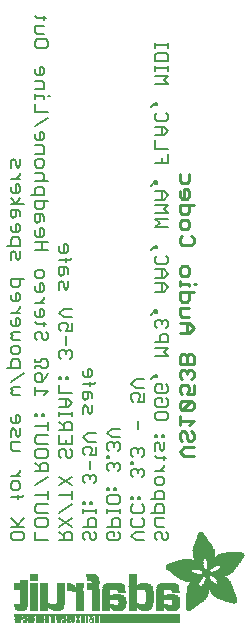
<source format=gbr>
G04 EAGLE Gerber RS-274X export*
G75*
%MOMM*%
%FSLAX34Y34*%
%LPD*%
%INSilkscreen Bottom*%
%IPPOS*%
%AMOC8*
5,1,8,0,0,1.08239X$1,22.5*%
G01*
%ADD10C,0.228600*%
%ADD11C,0.203200*%
%ADD12R,6.839700X0.016800*%
%ADD13R,0.268300X0.016800*%
%ADD14R,0.268200X0.016800*%
%ADD15R,0.251500X0.016800*%
%ADD16R,0.301800X0.016800*%
%ADD17R,0.251400X0.016800*%
%ADD18R,0.285000X0.016800*%
%ADD19R,0.301700X0.016800*%
%ADD20R,0.419100X0.016800*%
%ADD21R,0.318500X0.016800*%
%ADD22R,0.586700X0.016800*%
%ADD23R,0.586800X0.016800*%
%ADD24R,6.839700X0.016700*%
%ADD25R,0.268300X0.016700*%
%ADD26R,0.251400X0.016700*%
%ADD27R,0.251500X0.016700*%
%ADD28R,0.301800X0.016700*%
%ADD29R,0.285000X0.016700*%
%ADD30R,0.301700X0.016700*%
%ADD31R,0.419100X0.016700*%
%ADD32R,0.318500X0.016700*%
%ADD33R,0.586700X0.016700*%
%ADD34R,0.586800X0.016700*%
%ADD35R,0.318600X0.016800*%
%ADD36R,0.569900X0.016800*%
%ADD37R,0.335300X0.016800*%
%ADD38R,0.234700X0.016800*%
%ADD39R,0.234700X0.016700*%
%ADD40R,0.016700X0.016700*%
%ADD41R,0.318600X0.016700*%
%ADD42R,0.569900X0.016700*%
%ADD43R,0.335300X0.016700*%
%ADD44R,0.217900X0.016800*%
%ADD45R,0.033500X0.016800*%
%ADD46R,0.570000X0.016800*%
%ADD47R,0.201100X0.016700*%
%ADD48R,0.050300X0.016700*%
%ADD49R,0.670500X0.016700*%
%ADD50R,1.005800X0.016700*%
%ADD51R,0.570000X0.016700*%
%ADD52R,0.201100X0.016800*%
%ADD53R,0.067000X0.016800*%
%ADD54R,0.670500X0.016800*%
%ADD55R,1.005800X0.016800*%
%ADD56R,0.184400X0.016800*%
%ADD57R,0.989000X0.016800*%
%ADD58R,0.184400X0.016700*%
%ADD59R,0.067000X0.016700*%
%ADD60R,0.989000X0.016700*%
%ADD61R,0.167600X0.016800*%
%ADD62R,0.083800X0.016800*%
%ADD63R,0.637000X0.016800*%
%ADD64R,0.955500X0.016800*%
%ADD65R,0.150800X0.016800*%
%ADD66R,0.100600X0.016800*%
%ADD67R,0.536400X0.016800*%
%ADD68R,0.854900X0.016800*%
%ADD69R,0.150800X0.016700*%
%ADD70R,0.100600X0.016700*%
%ADD71R,0.352000X0.016700*%
%ADD72R,0.435900X0.016700*%
%ADD73R,0.402400X0.016700*%
%ADD74R,0.368800X0.016700*%
%ADD75R,0.134100X0.016800*%
%ADD76R,0.117300X0.016800*%
%ADD77R,0.435900X0.016800*%
%ADD78R,0.368900X0.016800*%
%ADD79R,0.603500X0.016800*%
%ADD80R,0.134100X0.016700*%
%ADD81R,0.117300X0.016700*%
%ADD82R,0.452600X0.016700*%
%ADD83R,0.620300X0.016700*%
%ADD84R,0.284900X0.016800*%
%ADD85R,0.486200X0.016800*%
%ADD86R,0.653800X0.016800*%
%ADD87R,0.804700X0.016800*%
%ADD88R,0.150900X0.016700*%
%ADD89R,0.268200X0.016700*%
%ADD90R,0.737600X0.016700*%
%ADD91R,0.603500X0.016700*%
%ADD92R,0.922000X0.016700*%
%ADD93R,0.150900X0.016800*%
%ADD94R,0.821400X0.016800*%
%ADD95R,0.972300X0.016800*%
%ADD96R,0.989100X0.016800*%
%ADD97R,0.083800X0.016700*%
%ADD98R,0.167600X0.016700*%
%ADD99R,0.821400X0.016700*%
%ADD100R,0.989100X0.016700*%
%ADD101R,0.201200X0.016700*%
%ADD102R,0.050300X0.016800*%
%ADD103R,0.201200X0.016800*%
%ADD104R,0.217900X0.016700*%
%ADD105R,0.284900X0.016700*%
%ADD106R,0.352100X0.016800*%
%ADD107R,0.620300X0.016800*%
%ADD108R,0.385600X0.016800*%
%ADD109R,0.335200X0.016800*%
%ADD110R,0.385600X0.016700*%
%ADD111R,0.687400X0.016700*%
%ADD112R,13.998000X0.016800*%
%ADD113R,13.998000X0.016700*%
%ADD114R,0.637000X0.016700*%
%ADD115R,0.486100X0.016700*%
%ADD116R,0.637100X0.016700*%
%ADD117R,0.519700X0.016700*%
%ADD118R,0.536500X0.016700*%
%ADD119R,0.787900X0.016800*%
%ADD120R,0.687400X0.016800*%
%ADD121R,0.771200X0.016800*%
%ADD122R,0.637100X0.016800*%
%ADD123R,0.720800X0.016800*%
%ADD124R,0.704100X0.016800*%
%ADD125R,0.754400X0.016800*%
%ADD126R,0.838200X0.016700*%
%ADD127R,0.871800X0.016700*%
%ADD128R,0.871700X0.016700*%
%ADD129R,0.402400X0.016800*%
%ADD130R,0.922100X0.016800*%
%ADD131R,0.938800X0.016800*%
%ADD132R,0.938800X0.016700*%
%ADD133R,1.022600X0.016700*%
%ADD134R,0.972400X0.016700*%
%ADD135R,0.972300X0.016700*%
%ADD136R,0.469400X0.016800*%
%ADD137R,1.072900X0.016800*%
%ADD138R,1.022600X0.016800*%
%ADD139R,1.005900X0.016800*%
%ADD140R,0.502900X0.016800*%
%ADD141R,1.123200X0.016800*%
%ADD142R,1.056200X0.016800*%
%ADD143R,1.123100X0.016800*%
%ADD144R,1.139900X0.016700*%
%ADD145R,1.089600X0.016700*%
%ADD146R,0.553200X0.016800*%
%ADD147R,1.190200X0.016800*%
%ADD148R,1.190300X0.016800*%
%ADD149R,1.039400X0.016800*%
%ADD150R,1.223700X0.016800*%
%ADD151R,1.173500X0.016800*%
%ADD152R,1.223800X0.016800*%
%ADD153R,1.240500X0.016700*%
%ADD154R,1.173500X0.016700*%
%ADD155R,1.240600X0.016700*%
%ADD156R,1.190300X0.016700*%
%ADD157R,1.056200X0.016700*%
%ADD158R,1.274100X0.016800*%
%ADD159R,1.274000X0.016800*%
%ADD160R,1.307600X0.016800*%
%ADD161R,1.257300X0.016800*%
%ADD162R,1.324400X0.016800*%
%ADD163R,0.687300X0.016700*%
%ADD164R,1.324400X0.016700*%
%ADD165R,1.307500X0.016700*%
%ADD166R,1.274100X0.016700*%
%ADD167R,1.072900X0.016700*%
%ADD168R,2.011600X0.016800*%
%ADD169R,1.324300X0.016800*%
%ADD170R,1.978100X0.016800*%
%ADD171R,2.011600X0.016700*%
%ADD172R,1.357900X0.016700*%
%ADD173R,1.994900X0.016700*%
%ADD174R,1.341200X0.016700*%
%ADD175R,1.089700X0.016700*%
%ADD176R,0.754300X0.016800*%
%ADD177R,1.994900X0.016800*%
%ADD178R,1.995000X0.016800*%
%ADD179R,1.089700X0.016800*%
%ADD180R,0.787900X0.016700*%
%ADD181R,1.995000X0.016700*%
%ADD182R,2.028400X0.016800*%
%ADD183R,2.011700X0.016800*%
%ADD184R,1.106500X0.016800*%
%ADD185R,2.028400X0.016700*%
%ADD186R,2.011700X0.016700*%
%ADD187R,1.106500X0.016700*%
%ADD188R,0.888400X0.016800*%
%ADD189R,0.922000X0.016800*%
%ADD190R,0.938700X0.016700*%
%ADD191R,2.045200X0.016800*%
%ADD192R,0.938700X0.016800*%
%ADD193R,0.670600X0.016700*%
%ADD194R,0.888500X0.016700*%
%ADD195R,2.045200X0.016700*%
%ADD196R,0.888400X0.016700*%
%ADD197R,0.804600X0.016800*%
%ADD198R,2.028500X0.016800*%
%ADD199R,1.056100X0.016700*%
%ADD200R,0.771100X0.016700*%
%ADD201R,0.754300X0.016700*%
%ADD202R,2.028500X0.016700*%
%ADD203R,0.737700X0.016700*%
%ADD204R,1.072800X0.016800*%
%ADD205R,0.871700X0.016800*%
%ADD206R,0.737600X0.016800*%
%ADD207R,0.871800X0.016800*%
%ADD208R,1.089600X0.016800*%
%ADD209R,0.704000X0.016800*%
%ADD210R,0.687300X0.016800*%
%ADD211R,0.670600X0.016800*%
%ADD212R,1.123100X0.016700*%
%ADD213R,0.720800X0.016700*%
%ADD214R,0.653700X0.016700*%
%ADD215R,0.653800X0.016700*%
%ADD216R,1.139900X0.016800*%
%ADD217R,1.173400X0.016800*%
%ADD218R,1.190200X0.016700*%
%ADD219R,1.207000X0.016800*%
%ADD220R,1.240500X0.016800*%
%ADD221R,0.469400X0.016700*%
%ADD222R,1.274000X0.016700*%
%ADD223R,0.519600X0.016800*%
%ADD224R,1.341100X0.016800*%
%ADD225R,0.771200X0.016700*%
%ADD226R,1.374600X0.016700*%
%ADD227R,0.838200X0.016800*%
%ADD228R,1.391400X0.016800*%
%ADD229R,1.424900X0.016800*%
%ADD230R,1.441700X0.016700*%
%ADD231R,1.475200X0.016800*%
%ADD232R,1.491900X0.016700*%
%ADD233R,1.525500X0.016800*%
%ADD234R,1.559000X0.016700*%
%ADD235R,1.575800X0.016800*%
%ADD236R,1.307600X0.016700*%
%ADD237R,1.592500X0.016700*%
%ADD238R,1.374700X0.016800*%
%ADD239R,1.609300X0.016800*%
%ADD240R,1.408200X0.016800*%
%ADD241R,1.626100X0.016800*%
%ADD242R,1.626100X0.016700*%
%ADD243R,1.508800X0.016800*%
%ADD244R,1.659600X0.016800*%
%ADD245R,1.559000X0.016800*%
%ADD246R,1.676400X0.016800*%
%ADD247R,1.575800X0.016700*%
%ADD248R,1.676400X0.016700*%
%ADD249R,1.978100X0.016700*%
%ADD250R,1.693100X0.016800*%
%ADD251R,1.642800X0.016800*%
%ADD252R,1.709900X0.016800*%
%ADD253R,1.961300X0.016800*%
%ADD254R,1.726600X0.016700*%
%ADD255R,1.961300X0.016700*%
%ADD256R,1.693200X0.016800*%
%ADD257R,1.726600X0.016800*%
%ADD258R,1.944600X0.016800*%
%ADD259R,1.726700X0.016700*%
%ADD260R,1.743400X0.016700*%
%ADD261R,1.944600X0.016700*%
%ADD262R,1.726700X0.016800*%
%ADD263R,1.760200X0.016800*%
%ADD264R,1.927800X0.016800*%
%ADD265R,1.911000X0.016800*%
%ADD266R,1.793700X0.016700*%
%ADD267R,1.776900X0.016700*%
%ADD268R,1.911100X0.016700*%
%ADD269R,1.894300X0.016700*%
%ADD270R,1.793800X0.016800*%
%ADD271R,1.776900X0.016800*%
%ADD272R,1.911100X0.016800*%
%ADD273R,1.894300X0.016800*%
%ADD274R,1.827300X0.016800*%
%ADD275R,1.810500X0.016800*%
%ADD276R,1.877500X0.016800*%
%ADD277R,1.844100X0.016700*%
%ADD278R,1.810500X0.016700*%
%ADD279R,1.860800X0.016700*%
%ADD280R,1.844000X0.016700*%
%ADD281R,1.860900X0.016800*%
%ADD282R,1.844000X0.016800*%
%ADD283R,1.827200X0.016800*%
%ADD284R,1.860800X0.016800*%
%ADD285R,1.793700X0.016800*%
%ADD286R,1.877600X0.016700*%
%ADD287R,1.827200X0.016700*%
%ADD288R,1.927800X0.016700*%
%ADD289R,1.927900X0.016800*%
%ADD290R,1.944700X0.016700*%
%ADD291R,1.877500X0.016700*%
%ADD292R,1.961400X0.016800*%
%ADD293R,1.961400X0.016700*%
%ADD294R,1.978200X0.016800*%
%ADD295R,1.911000X0.016700*%
%ADD296R,0.620200X0.016800*%
%ADD297R,1.425000X0.016800*%
%ADD298R,0.620200X0.016700*%
%ADD299R,1.425000X0.016700*%
%ADD300R,0.653700X0.016800*%
%ADD301R,0.704100X0.016700*%
%ADD302R,0.804700X0.016700*%
%ADD303R,0.905200X0.016800*%
%ADD304R,1.894400X0.016800*%
%ADD305R,1.927900X0.016700*%
%ADD306R,1.877600X0.016800*%
%ADD307R,3.889300X0.016800*%
%ADD308R,3.872500X0.016700*%
%ADD309R,3.872500X0.016800*%
%ADD310R,3.855700X0.016700*%
%ADD311R,0.754400X0.016700*%
%ADD312R,3.855700X0.016800*%
%ADD313R,3.839000X0.016800*%
%ADD314R,0.720900X0.016800*%
%ADD315R,3.822200X0.016700*%
%ADD316R,2.715700X0.016800*%
%ADD317R,2.632000X0.016800*%
%ADD318R,1.290800X0.016800*%
%ADD319R,2.615200X0.016700*%
%ADD320R,1.257300X0.016700*%
%ADD321R,2.581700X0.016800*%
%ADD322R,1.240600X0.016800*%
%ADD323R,2.564900X0.016800*%
%ADD324R,1.760300X0.016800*%
%ADD325R,2.531400X0.016700*%
%ADD326R,1.156700X0.016700*%
%ADD327R,2.514600X0.016800*%
%ADD328R,0.955600X0.016800*%
%ADD329R,2.497800X0.016800*%
%ADD330R,1.659700X0.016800*%
%ADD331R,2.464300X0.016700*%
%ADD332R,1.039300X0.016700*%
%ADD333R,2.447500X0.016800*%
%ADD334R,1.592500X0.016800*%
%ADD335R,0.536500X0.016800*%
%ADD336R,2.430800X0.016700*%
%ADD337R,1.559100X0.016700*%
%ADD338R,1.542300X0.016700*%
%ADD339R,0.502900X0.016700*%
%ADD340R,2.414000X0.016800*%
%ADD341R,0.905300X0.016800*%
%ADD342R,1.508700X0.016800*%
%ADD343R,0.888500X0.016800*%
%ADD344R,2.397300X0.016800*%
%ADD345R,1.441700X0.016800*%
%ADD346R,0.452700X0.016800*%
%ADD347R,1.290900X0.016700*%
%ADD348R,1.156700X0.016800*%
%ADD349R,0.855000X0.016800*%
%ADD350R,1.123200X0.016700*%
%ADD351R,0.720900X0.016700*%
%ADD352R,1.106400X0.016800*%
%ADD353R,1.106400X0.016700*%
%ADD354R,0.771100X0.016800*%
%ADD355R,0.435800X0.016700*%
%ADD356R,1.592600X0.016700*%
%ADD357R,0.435800X0.016800*%
%ADD358R,1.642900X0.016800*%
%ADD359R,0.402300X0.016800*%
%ADD360R,1.793800X0.016700*%
%ADD361R,0.368800X0.016800*%
%ADD362R,1.056100X0.016800*%
%ADD363R,1.039400X0.016700*%
%ADD364R,2.078800X0.016800*%
%ADD365R,0.335200X0.016700*%
%ADD366R,2.145800X0.016700*%
%ADD367R,2.162600X0.016800*%
%ADD368R,0.352000X0.016800*%
%ADD369R,2.212800X0.016800*%
%ADD370R,2.279900X0.016700*%
%ADD371R,2.330200X0.016800*%
%ADD372R,2.799500X0.016800*%
%ADD373R,2.816300X0.016700*%
%ADD374R,0.955500X0.016700*%
%ADD375R,2.849900X0.016800*%
%ADD376R,2.916900X0.016800*%
%ADD377R,4.224500X0.016700*%
%ADD378R,4.291600X0.016800*%
%ADD379R,4.409000X0.016800*%
%ADD380R,4.509500X0.016700*%
%ADD381R,4.526300X0.016800*%
%ADD382R,4.626800X0.016700*%
%ADD383R,4.693900X0.016800*%
%ADD384R,4.727400X0.016800*%
%ADD385R,2.548200X0.016700*%
%ADD386R,2.179300X0.016700*%
%ADD387R,2.430800X0.016800*%
%ADD388R,2.414000X0.016700*%
%ADD389R,2.414100X0.016800*%
%ADD390R,2.430700X0.016700*%
%ADD391R,2.447600X0.016700*%
%ADD392R,1.559100X0.016800*%
%ADD393R,1.525500X0.016700*%
%ADD394R,1.492000X0.016800*%
%ADD395R,1.491900X0.016800*%
%ADD396R,1.458500X0.016700*%
%ADD397R,2.061900X0.016800*%
%ADD398R,1.408100X0.016700*%
%ADD399R,0.905200X0.016700*%
%ADD400R,2.112300X0.016700*%
%ADD401R,2.179300X0.016800*%
%ADD402R,1.408200X0.016700*%
%ADD403R,2.212900X0.016700*%
%ADD404R,1.140000X0.016800*%
%ADD405R,3.319300X0.016800*%
%ADD406R,1.374700X0.016700*%
%ADD407R,0.402300X0.016700*%
%ADD408R,3.302500X0.016700*%
%ADD409R,3.285700X0.016800*%
%ADD410R,1.357900X0.016800*%
%ADD411R,3.269000X0.016800*%
%ADD412R,3.285800X0.016700*%
%ADD413R,3.268900X0.016800*%
%ADD414R,0.452700X0.016700*%
%ADD415R,3.268900X0.016700*%
%ADD416R,1.391400X0.016700*%
%ADD417R,3.269000X0.016700*%
%ADD418R,1.374600X0.016800*%
%ADD419R,0.519700X0.016800*%
%ADD420R,3.252200X0.016800*%
%ADD421R,3.235400X0.016800*%
%ADD422R,3.235400X0.016700*%
%ADD423R,3.218600X0.016800*%
%ADD424R,3.201900X0.016800*%
%ADD425R,3.201900X0.016700*%
%ADD426R,1.458500X0.016800*%
%ADD427R,1.525600X0.016800*%
%ADD428R,3.185100X0.016800*%
%ADD429R,2.531300X0.016700*%
%ADD430R,3.168400X0.016700*%
%ADD431R,2.531300X0.016800*%
%ADD432R,3.151600X0.016800*%
%ADD433R,2.548100X0.016800*%
%ADD434R,3.134900X0.016800*%
%ADD435R,2.564900X0.016700*%
%ADD436R,3.118100X0.016700*%
%ADD437R,2.581600X0.016800*%
%ADD438R,3.101400X0.016800*%
%ADD439R,2.598400X0.016700*%
%ADD440R,3.067900X0.016700*%
%ADD441R,2.598400X0.016800*%
%ADD442R,3.034300X0.016800*%
%ADD443R,2.615100X0.016800*%
%ADD444R,3.000800X0.016800*%
%ADD445R,2.631900X0.016700*%
%ADD446R,2.950500X0.016700*%
%ADD447R,2.648700X0.016800*%
%ADD448R,2.900200X0.016800*%
%ADD449R,2.665500X0.016800*%
%ADD450R,2.682200X0.016700*%
%ADD451R,2.799600X0.016700*%
%ADD452R,2.699000X0.016800*%
%ADD453R,2.732500X0.016800*%
%ADD454R,2.749300X0.016700*%
%ADD455R,2.632000X0.016700*%
%ADD456R,2.749300X0.016800*%
%ADD457R,2.766100X0.016700*%
%ADD458R,2.766100X0.016800*%
%ADD459R,2.481100X0.016800*%
%ADD460R,2.782900X0.016800*%
%ADD461R,2.380500X0.016700*%
%ADD462R,2.833100X0.016800*%
%ADD463R,1.592600X0.016800*%
%ADD464R,2.849900X0.016700*%
%ADD465R,2.883400X0.016800*%
%ADD466R,2.917000X0.016700*%
%ADD467R,2.933700X0.016800*%
%ADD468R,2.967200X0.016800*%
%ADD469R,2.967200X0.016700*%
%ADD470R,3.017500X0.016700*%
%ADD471R,3.051000X0.016800*%
%ADD472R,0.788000X0.016800*%
%ADD473R,3.084600X0.016800*%
%ADD474R,2.397300X0.016700*%
%ADD475R,2.397200X0.016800*%
%ADD476R,1.760200X0.016700*%
%ADD477R,2.397200X0.016700*%
%ADD478R,1.827300X0.016700*%
%ADD479R,2.380500X0.016800*%
%ADD480R,2.363700X0.016800*%
%ADD481R,2.363700X0.016700*%
%ADD482R,2.346900X0.016800*%
%ADD483R,2.296600X0.016700*%
%ADD484R,2.279900X0.016800*%
%ADD485R,2.246300X0.016800*%
%ADD486R,2.229600X0.016700*%
%ADD487R,2.129100X0.016800*%
%ADD488R,2.112300X0.016800*%
%ADD489R,1.609300X0.016700*%
%ADD490R,1.743400X0.016800*%
%ADD491R,1.693100X0.016700*%
%ADD492R,1.659700X0.016700*%
%ADD493R,1.575900X0.016800*%
%ADD494R,1.575900X0.016700*%
%ADD495R,1.475200X0.016700*%
%ADD496R,1.324300X0.016700*%
%ADD497R,1.290800X0.016700*%
%ADD498R,1.207000X0.016700*%
%ADD499R,0.854900X0.016700*%
%ADD500R,0.821500X0.016700*%
%ADD501R,0.821500X0.016800*%
%ADD502R,0.218000X0.016800*%


D10*
X198511Y194183D02*
X190546Y194183D01*
X186563Y198166D01*
X190546Y202148D01*
X198511Y202148D01*
X198511Y213254D02*
X196520Y215246D01*
X198511Y213254D02*
X198511Y209272D01*
X196520Y207280D01*
X194528Y207280D01*
X192537Y209272D01*
X192537Y213254D01*
X190546Y215246D01*
X188554Y215246D01*
X186563Y213254D01*
X186563Y209272D01*
X188554Y207280D01*
X194528Y220378D02*
X198511Y224360D01*
X186563Y224360D01*
X186563Y220378D02*
X186563Y228343D01*
X188554Y233475D02*
X196520Y233475D01*
X198511Y235466D01*
X198511Y239449D01*
X196520Y241440D01*
X188554Y241440D01*
X186563Y239449D01*
X186563Y235466D01*
X188554Y233475D01*
X196520Y241440D01*
X198511Y246572D02*
X198511Y254537D01*
X198511Y246572D02*
X192537Y246572D01*
X194528Y250555D01*
X194528Y252546D01*
X192537Y254537D01*
X188554Y254537D01*
X186563Y252546D01*
X186563Y248563D01*
X188554Y246572D01*
X196520Y259669D02*
X198511Y261661D01*
X198511Y265643D01*
X196520Y267635D01*
X194528Y267635D01*
X192537Y265643D01*
X192537Y263652D01*
X192537Y265643D02*
X190546Y267635D01*
X188554Y267635D01*
X186563Y265643D01*
X186563Y261661D01*
X188554Y259669D01*
X186563Y272767D02*
X198511Y272767D01*
X198511Y278741D01*
X196520Y280732D01*
X194528Y280732D01*
X192537Y278741D01*
X190546Y280732D01*
X188554Y280732D01*
X186563Y278741D01*
X186563Y272767D01*
X192537Y272767D02*
X192537Y278741D01*
X194528Y298961D02*
X186563Y298961D01*
X194528Y298961D02*
X198511Y302944D01*
X194528Y306926D01*
X186563Y306926D01*
X192537Y306926D02*
X192537Y298961D01*
X194528Y312058D02*
X188554Y312058D01*
X186563Y314050D01*
X186563Y320024D01*
X194528Y320024D01*
X198511Y333121D02*
X186563Y333121D01*
X186563Y327147D01*
X188554Y325156D01*
X192537Y325156D01*
X194528Y327147D01*
X194528Y333121D01*
X194528Y338253D02*
X194528Y340244D01*
X186563Y340244D01*
X186563Y338253D02*
X186563Y342235D01*
X198511Y340244D02*
X200503Y340244D01*
X186563Y348976D02*
X186563Y352958D01*
X188554Y354950D01*
X192537Y354950D01*
X194528Y352958D01*
X194528Y348976D01*
X192537Y346984D01*
X188554Y346984D01*
X186563Y348976D01*
X198511Y379153D02*
X196520Y381144D01*
X198511Y379153D02*
X198511Y375170D01*
X196520Y373179D01*
X188554Y373179D01*
X186563Y375170D01*
X186563Y379153D01*
X188554Y381144D01*
X186563Y388267D02*
X186563Y392250D01*
X188554Y394241D01*
X192537Y394241D01*
X194528Y392250D01*
X194528Y388267D01*
X192537Y386276D01*
X188554Y386276D01*
X186563Y388267D01*
X186563Y407339D02*
X198511Y407339D01*
X186563Y407339D02*
X186563Y401365D01*
X188554Y399373D01*
X192537Y399373D01*
X194528Y401365D01*
X194528Y407339D01*
X186563Y414462D02*
X186563Y418445D01*
X186563Y414462D02*
X188554Y412471D01*
X192537Y412471D01*
X194528Y414462D01*
X194528Y418445D01*
X192537Y420436D01*
X190546Y420436D01*
X190546Y412471D01*
X194528Y427559D02*
X194528Y433533D01*
X194528Y427559D02*
X192537Y425568D01*
X188554Y425568D01*
X186563Y427559D01*
X186563Y433533D01*
D11*
X176793Y229875D02*
X176793Y226316D01*
X175014Y224536D01*
X167896Y224536D01*
X166116Y226316D01*
X166116Y229875D01*
X167896Y231654D01*
X175014Y231654D01*
X176793Y229875D01*
X176793Y241569D02*
X175014Y243348D01*
X176793Y241569D02*
X176793Y238009D01*
X175014Y236230D01*
X167896Y236230D01*
X166116Y238009D01*
X166116Y241569D01*
X167896Y243348D01*
X171455Y243348D01*
X171455Y239789D01*
X176793Y253263D02*
X175014Y255042D01*
X176793Y253263D02*
X176793Y249703D01*
X175014Y247924D01*
X167896Y247924D01*
X166116Y249703D01*
X166116Y253263D01*
X167896Y255042D01*
X171455Y255042D01*
X171455Y251483D01*
X162557Y259618D02*
X166116Y263177D01*
X167896Y263177D01*
X167896Y261397D01*
X166116Y261397D01*
X166116Y263177D01*
X166116Y279108D02*
X176793Y279108D01*
X173234Y282667D01*
X176793Y286226D01*
X166116Y286226D01*
X166116Y290802D02*
X176793Y290802D01*
X176793Y296140D01*
X175014Y297920D01*
X171455Y297920D01*
X169675Y296140D01*
X169675Y290802D01*
X175014Y302496D02*
X176793Y304275D01*
X176793Y307834D01*
X175014Y309614D01*
X173234Y309614D01*
X171455Y307834D01*
X171455Y306055D01*
X171455Y307834D02*
X169675Y309614D01*
X167896Y309614D01*
X166116Y307834D01*
X166116Y304275D01*
X167896Y302496D01*
X162557Y314190D02*
X166116Y317749D01*
X167896Y317749D01*
X167896Y315969D01*
X166116Y315969D01*
X166116Y317749D01*
X166116Y333680D02*
X173234Y333680D01*
X176793Y337239D01*
X173234Y340798D01*
X166116Y340798D01*
X171455Y340798D02*
X171455Y333680D01*
X173234Y345374D02*
X166116Y345374D01*
X173234Y345374D02*
X176793Y348933D01*
X173234Y352492D01*
X166116Y352492D01*
X171455Y352492D02*
X171455Y345374D01*
X176793Y362406D02*
X175014Y364186D01*
X176793Y362406D02*
X176793Y358847D01*
X175014Y357068D01*
X167896Y357068D01*
X166116Y358847D01*
X166116Y362406D01*
X167896Y364186D01*
X162557Y368762D02*
X166116Y372321D01*
X167896Y372321D01*
X167896Y370541D01*
X166116Y370541D01*
X166116Y372321D01*
X166116Y388252D02*
X176793Y388252D01*
X169675Y391811D02*
X166116Y388252D01*
X169675Y391811D02*
X166116Y395370D01*
X176793Y395370D01*
X176793Y399946D02*
X166116Y399946D01*
X173234Y403505D02*
X176793Y399946D01*
X173234Y403505D02*
X176793Y407064D01*
X166116Y407064D01*
X166116Y411639D02*
X173234Y411639D01*
X176793Y415199D01*
X173234Y418758D01*
X166116Y418758D01*
X171455Y418758D02*
X171455Y411639D01*
X162557Y423333D02*
X166116Y426892D01*
X167896Y426892D01*
X167896Y425113D01*
X166116Y425113D01*
X166116Y426892D01*
X166116Y442823D02*
X176793Y442823D01*
X176793Y449941D01*
X171455Y446382D02*
X171455Y442823D01*
X176793Y454517D02*
X166116Y454517D01*
X166116Y461635D01*
X166116Y466211D02*
X173234Y466211D01*
X176793Y469770D01*
X173234Y473329D01*
X166116Y473329D01*
X171455Y473329D02*
X171455Y466211D01*
X176793Y483244D02*
X175014Y485023D01*
X176793Y483244D02*
X176793Y479685D01*
X175014Y477905D01*
X167896Y477905D01*
X166116Y479685D01*
X166116Y483244D01*
X167896Y485023D01*
X162557Y489599D02*
X166116Y493158D01*
X167896Y493158D01*
X167896Y491379D01*
X166116Y491379D01*
X166116Y493158D01*
X166116Y509089D02*
X176793Y509089D01*
X173234Y512648D01*
X176793Y516207D01*
X166116Y516207D01*
X166116Y520783D02*
X166116Y524342D01*
X166116Y522563D02*
X176793Y522563D01*
X176793Y524342D02*
X176793Y520783D01*
X176793Y528579D02*
X166116Y528579D01*
X166116Y533918D01*
X167896Y535697D01*
X175014Y535697D01*
X176793Y533918D01*
X176793Y528579D01*
X166116Y540273D02*
X166116Y543832D01*
X166116Y542053D02*
X176793Y542053D01*
X176793Y543832D02*
X176793Y540273D01*
X175014Y130054D02*
X176793Y128275D01*
X176793Y124716D01*
X175014Y122936D01*
X173234Y122936D01*
X171455Y124716D01*
X171455Y128275D01*
X169675Y130054D01*
X167896Y130054D01*
X166116Y128275D01*
X166116Y124716D01*
X167896Y122936D01*
X167896Y134630D02*
X173234Y134630D01*
X167896Y134630D02*
X166116Y136409D01*
X166116Y141748D01*
X173234Y141748D01*
X173234Y146324D02*
X162557Y146324D01*
X173234Y146324D02*
X173234Y151663D01*
X171455Y153442D01*
X167896Y153442D01*
X166116Y151663D01*
X166116Y146324D01*
X162557Y158018D02*
X173234Y158018D01*
X173234Y163356D01*
X171455Y165136D01*
X167896Y165136D01*
X166116Y163356D01*
X166116Y158018D01*
X166116Y171491D02*
X166116Y175050D01*
X167896Y176830D01*
X171455Y176830D01*
X173234Y175050D01*
X173234Y171491D01*
X171455Y169712D01*
X167896Y169712D01*
X166116Y171491D01*
X166116Y181406D02*
X173234Y181406D01*
X169675Y181406D02*
X173234Y184965D01*
X173234Y186744D01*
X175014Y192930D02*
X167896Y192930D01*
X166116Y194710D01*
X173234Y194710D02*
X173234Y191151D01*
X166116Y198947D02*
X166116Y204285D01*
X167896Y206065D01*
X169675Y204285D01*
X169675Y200726D01*
X171455Y198947D01*
X173234Y200726D01*
X173234Y206065D01*
X173234Y210641D02*
X173234Y212420D01*
X171455Y212420D01*
X171455Y210641D01*
X173234Y210641D01*
X167896Y210641D02*
X167896Y212420D01*
X166116Y212420D01*
X166116Y210641D01*
X167896Y210641D01*
X156473Y122936D02*
X149355Y122936D01*
X145796Y126495D01*
X149355Y130054D01*
X156473Y130054D01*
X156473Y139969D02*
X154694Y141748D01*
X156473Y139969D02*
X156473Y136409D01*
X154694Y134630D01*
X147576Y134630D01*
X145796Y136409D01*
X145796Y139969D01*
X147576Y141748D01*
X156473Y151663D02*
X154694Y153442D01*
X156473Y151663D02*
X156473Y148103D01*
X154694Y146324D01*
X147576Y146324D01*
X145796Y148103D01*
X145796Y151663D01*
X147576Y153442D01*
X152914Y158018D02*
X152914Y159797D01*
X151135Y159797D01*
X151135Y158018D01*
X152914Y158018D01*
X147576Y158018D02*
X147576Y159797D01*
X145796Y159797D01*
X145796Y158018D01*
X147576Y158018D01*
X154694Y176276D02*
X156473Y178056D01*
X156473Y181615D01*
X154694Y183394D01*
X152914Y183394D01*
X151135Y181615D01*
X151135Y179835D01*
X151135Y181615D02*
X149355Y183394D01*
X147576Y183394D01*
X145796Y181615D01*
X145796Y178056D01*
X147576Y176276D01*
X147576Y187970D02*
X145796Y187970D01*
X147576Y187970D02*
X147576Y189749D01*
X145796Y189749D01*
X145796Y187970D01*
X154694Y193817D02*
X156473Y195596D01*
X156473Y199156D01*
X154694Y200935D01*
X152914Y200935D01*
X151135Y199156D01*
X151135Y197376D01*
X151135Y199156D02*
X149355Y200935D01*
X147576Y200935D01*
X145796Y199156D01*
X145796Y195596D01*
X147576Y193817D01*
X151135Y217205D02*
X151135Y224323D01*
X156473Y240593D02*
X156473Y247711D01*
X156473Y240593D02*
X151135Y240593D01*
X152914Y244152D01*
X152914Y245931D01*
X151135Y247711D01*
X147576Y247711D01*
X145796Y245931D01*
X145796Y242372D01*
X147576Y240593D01*
X149355Y252287D02*
X156473Y252287D01*
X149355Y252287D02*
X145796Y255846D01*
X149355Y259405D01*
X156473Y259405D01*
X134374Y130054D02*
X136153Y128275D01*
X136153Y124716D01*
X134374Y122936D01*
X127256Y122936D01*
X125476Y124716D01*
X125476Y128275D01*
X127256Y130054D01*
X130815Y130054D01*
X130815Y126495D01*
X136153Y134630D02*
X125476Y134630D01*
X136153Y134630D02*
X136153Y139969D01*
X134374Y141748D01*
X130815Y141748D01*
X129035Y139969D01*
X129035Y134630D01*
X125476Y146324D02*
X125476Y149883D01*
X125476Y148103D02*
X136153Y148103D01*
X136153Y146324D02*
X136153Y149883D01*
X136153Y155899D02*
X136153Y159458D01*
X136153Y155899D02*
X134374Y154120D01*
X127256Y154120D01*
X125476Y155899D01*
X125476Y159458D01*
X127256Y161238D01*
X134374Y161238D01*
X136153Y159458D01*
X132594Y165814D02*
X132594Y167593D01*
X130815Y167593D01*
X130815Y165814D01*
X132594Y165814D01*
X127256Y165814D02*
X127256Y167593D01*
X125476Y167593D01*
X125476Y165814D01*
X127256Y165814D01*
X134374Y181356D02*
X136153Y183136D01*
X136153Y186695D01*
X134374Y188474D01*
X132594Y188474D01*
X130815Y186695D01*
X130815Y184915D01*
X130815Y186695D02*
X129035Y188474D01*
X127256Y188474D01*
X125476Y186695D01*
X125476Y183136D01*
X127256Y181356D01*
X127256Y193050D02*
X125476Y193050D01*
X127256Y193050D02*
X127256Y194829D01*
X125476Y194829D01*
X125476Y193050D01*
X134374Y198897D02*
X136153Y200676D01*
X136153Y204236D01*
X134374Y206015D01*
X132594Y206015D01*
X130815Y204236D01*
X130815Y202456D01*
X130815Y204236D02*
X129035Y206015D01*
X127256Y206015D01*
X125476Y204236D01*
X125476Y200676D01*
X127256Y198897D01*
X129035Y210591D02*
X136153Y210591D01*
X129035Y210591D02*
X125476Y214150D01*
X129035Y217709D01*
X136153Y217709D01*
X95513Y122936D02*
X84836Y122936D01*
X95513Y122936D02*
X95513Y128275D01*
X93734Y130054D01*
X90175Y130054D01*
X88395Y128275D01*
X88395Y122936D01*
X88395Y126495D02*
X84836Y130054D01*
X95513Y134630D02*
X84836Y141748D01*
X84836Y134630D02*
X95513Y141748D01*
X84836Y146324D02*
X95513Y153442D01*
X95513Y161577D02*
X84836Y161577D01*
X95513Y158018D02*
X95513Y165136D01*
X95513Y169712D02*
X84836Y176830D01*
X84836Y169712D02*
X95513Y176830D01*
X95513Y198438D02*
X93734Y200218D01*
X95513Y198438D02*
X95513Y194879D01*
X93734Y193100D01*
X91954Y193100D01*
X90175Y194879D01*
X90175Y198438D01*
X88395Y200218D01*
X86616Y200218D01*
X84836Y198438D01*
X84836Y194879D01*
X86616Y193100D01*
X95513Y204794D02*
X95513Y211912D01*
X95513Y204794D02*
X84836Y204794D01*
X84836Y211912D01*
X90175Y208353D02*
X90175Y204794D01*
X95513Y216488D02*
X84836Y216488D01*
X95513Y216488D02*
X95513Y221826D01*
X93734Y223606D01*
X90175Y223606D01*
X88395Y221826D01*
X88395Y216488D01*
X88395Y220047D02*
X84836Y223606D01*
X84836Y228182D02*
X84836Y231741D01*
X84836Y229961D02*
X95513Y229961D01*
X95513Y228182D02*
X95513Y231741D01*
X91954Y235978D02*
X84836Y235978D01*
X91954Y235978D02*
X95513Y239537D01*
X91954Y243096D01*
X84836Y243096D01*
X90175Y243096D02*
X90175Y235978D01*
X95513Y247672D02*
X84836Y247672D01*
X84836Y254790D01*
X91954Y259366D02*
X91954Y261145D01*
X90175Y261145D01*
X90175Y259366D01*
X91954Y259366D01*
X86616Y259366D02*
X86616Y261145D01*
X84836Y261145D01*
X84836Y259366D01*
X86616Y259366D01*
X93734Y276907D02*
X95513Y278686D01*
X95513Y282245D01*
X93734Y284025D01*
X91954Y284025D01*
X90175Y282245D01*
X90175Y280466D01*
X90175Y282245D02*
X88395Y284025D01*
X86616Y284025D01*
X84836Y282245D01*
X84836Y278686D01*
X86616Y276907D01*
X90175Y288601D02*
X90175Y295719D01*
X95513Y300295D02*
X95513Y307413D01*
X95513Y300295D02*
X90175Y300295D01*
X91954Y303854D01*
X91954Y305633D01*
X90175Y307413D01*
X86616Y307413D01*
X84836Y305633D01*
X84836Y302074D01*
X86616Y300295D01*
X88395Y311988D02*
X95513Y311988D01*
X88395Y311988D02*
X84836Y315548D01*
X88395Y319107D01*
X95513Y319107D01*
X84836Y335376D02*
X84836Y340715D01*
X86616Y342494D01*
X88395Y340715D01*
X88395Y337156D01*
X90175Y335376D01*
X91954Y337156D01*
X91954Y342494D01*
X91954Y348850D02*
X91954Y352409D01*
X90175Y354188D01*
X84836Y354188D01*
X84836Y348850D01*
X86616Y347070D01*
X88395Y348850D01*
X88395Y354188D01*
X84836Y360544D02*
X93734Y360544D01*
X95513Y362323D01*
X90175Y362323D02*
X90175Y358764D01*
X84836Y368340D02*
X84836Y371899D01*
X84836Y368340D02*
X86616Y366560D01*
X90175Y366560D01*
X91954Y368340D01*
X91954Y371899D01*
X90175Y373678D01*
X88395Y373678D01*
X88395Y366560D01*
X114054Y130054D02*
X115833Y128275D01*
X115833Y124716D01*
X114054Y122936D01*
X112274Y122936D01*
X110495Y124716D01*
X110495Y128275D01*
X108715Y130054D01*
X106936Y130054D01*
X105156Y128275D01*
X105156Y124716D01*
X106936Y122936D01*
X105156Y134630D02*
X115833Y134630D01*
X115833Y139969D01*
X114054Y141748D01*
X110495Y141748D01*
X108715Y139969D01*
X108715Y134630D01*
X105156Y146324D02*
X105156Y149883D01*
X105156Y148103D02*
X115833Y148103D01*
X115833Y146324D02*
X115833Y149883D01*
X112274Y154120D02*
X112274Y155899D01*
X110495Y155899D01*
X110495Y154120D01*
X112274Y154120D01*
X106936Y154120D02*
X106936Y155899D01*
X105156Y155899D01*
X105156Y154120D01*
X106936Y154120D01*
X114054Y171661D02*
X115833Y173440D01*
X115833Y176999D01*
X114054Y178779D01*
X112274Y178779D01*
X110495Y176999D01*
X110495Y175220D01*
X110495Y176999D02*
X108715Y178779D01*
X106936Y178779D01*
X105156Y176999D01*
X105156Y173440D01*
X106936Y171661D01*
X110495Y183355D02*
X110495Y190473D01*
X115833Y195049D02*
X115833Y202167D01*
X115833Y195049D02*
X110495Y195049D01*
X112274Y198608D01*
X112274Y200387D01*
X110495Y202167D01*
X106936Y202167D01*
X105156Y200387D01*
X105156Y196828D01*
X106936Y195049D01*
X108715Y206743D02*
X115833Y206743D01*
X108715Y206743D02*
X105156Y210302D01*
X108715Y213861D01*
X115833Y213861D01*
X105156Y230131D02*
X105156Y235469D01*
X106936Y237249D01*
X108715Y235469D01*
X108715Y231910D01*
X110495Y230131D01*
X112274Y231910D01*
X112274Y237249D01*
X112274Y243604D02*
X112274Y247163D01*
X110495Y248943D01*
X105156Y248943D01*
X105156Y243604D01*
X106936Y241825D01*
X108715Y243604D01*
X108715Y248943D01*
X105156Y255298D02*
X114054Y255298D01*
X115833Y257078D01*
X110495Y257078D02*
X110495Y253519D01*
X105156Y263094D02*
X105156Y266653D01*
X105156Y263094D02*
X106936Y261315D01*
X110495Y261315D01*
X112274Y263094D01*
X112274Y266653D01*
X110495Y268433D01*
X108715Y268433D01*
X108715Y261315D01*
X75193Y122936D02*
X64516Y122936D01*
X64516Y130054D01*
X75193Y136409D02*
X75193Y139969D01*
X75193Y136409D02*
X73414Y134630D01*
X66296Y134630D01*
X64516Y136409D01*
X64516Y139969D01*
X66296Y141748D01*
X73414Y141748D01*
X75193Y139969D01*
X75193Y146324D02*
X66296Y146324D01*
X64516Y148103D01*
X64516Y151663D01*
X66296Y153442D01*
X75193Y153442D01*
X75193Y161577D02*
X64516Y161577D01*
X75193Y158018D02*
X75193Y165136D01*
X64516Y169712D02*
X75193Y176830D01*
X75193Y181406D02*
X64516Y181406D01*
X75193Y181406D02*
X75193Y186744D01*
X73414Y188524D01*
X69855Y188524D01*
X68075Y186744D01*
X68075Y181406D01*
X68075Y184965D02*
X64516Y188524D01*
X75193Y194879D02*
X75193Y198438D01*
X75193Y194879D02*
X73414Y193100D01*
X66296Y193100D01*
X64516Y194879D01*
X64516Y198438D01*
X66296Y200218D01*
X73414Y200218D01*
X75193Y198438D01*
X75193Y204794D02*
X66296Y204794D01*
X64516Y206573D01*
X64516Y210132D01*
X66296Y211912D01*
X75193Y211912D01*
X75193Y220047D02*
X64516Y220047D01*
X75193Y216488D02*
X75193Y223606D01*
X71634Y228182D02*
X71634Y229961D01*
X69855Y229961D01*
X69855Y228182D01*
X71634Y228182D01*
X66296Y228182D02*
X66296Y229961D01*
X64516Y229961D01*
X64516Y228182D01*
X66296Y228182D01*
X71634Y245723D02*
X75193Y249282D01*
X64516Y249282D01*
X64516Y245723D02*
X64516Y252841D01*
X73414Y260976D02*
X75193Y264535D01*
X73414Y260976D02*
X69855Y257417D01*
X66296Y257417D01*
X64516Y259196D01*
X64516Y262755D01*
X66296Y264535D01*
X68075Y264535D01*
X69855Y262755D01*
X69855Y257417D01*
X64516Y269111D02*
X64516Y270890D01*
X68075Y270890D01*
X69855Y269111D01*
X73414Y269111D01*
X75193Y270890D01*
X75193Y274449D01*
X73414Y276229D01*
X69855Y276229D01*
X68075Y274449D01*
X64516Y274449D01*
X64516Y276229D01*
X75193Y297837D02*
X73414Y299617D01*
X75193Y297837D02*
X75193Y294278D01*
X73414Y292499D01*
X71634Y292499D01*
X69855Y294278D01*
X69855Y297837D01*
X68075Y299617D01*
X66296Y299617D01*
X64516Y297837D01*
X64516Y294278D01*
X66296Y292499D01*
X66296Y305972D02*
X73414Y305972D01*
X66296Y305972D02*
X64516Y307752D01*
X71634Y307752D02*
X71634Y304193D01*
X64516Y313768D02*
X64516Y317327D01*
X64516Y313768D02*
X66296Y311988D01*
X69855Y311988D01*
X71634Y313768D01*
X71634Y317327D01*
X69855Y319107D01*
X68075Y319107D01*
X68075Y311988D01*
X64516Y323682D02*
X71634Y323682D01*
X68075Y323682D02*
X71634Y327241D01*
X71634Y329021D01*
X64516Y335207D02*
X64516Y338766D01*
X64516Y335207D02*
X66296Y333427D01*
X69855Y333427D01*
X71634Y335207D01*
X71634Y338766D01*
X69855Y340545D01*
X68075Y340545D01*
X68075Y333427D01*
X64516Y346901D02*
X64516Y350460D01*
X66296Y352239D01*
X69855Y352239D01*
X71634Y350460D01*
X71634Y346901D01*
X69855Y345121D01*
X66296Y345121D01*
X64516Y346901D01*
X64516Y368509D02*
X75193Y368509D01*
X69855Y368509D02*
X69855Y375627D01*
X75193Y375627D02*
X64516Y375627D01*
X64516Y381983D02*
X64516Y385542D01*
X64516Y381983D02*
X66296Y380203D01*
X69855Y380203D01*
X71634Y381983D01*
X71634Y385542D01*
X69855Y387321D01*
X68075Y387321D01*
X68075Y380203D01*
X71634Y393677D02*
X71634Y397236D01*
X69855Y399015D01*
X64516Y399015D01*
X64516Y393677D01*
X66296Y391897D01*
X68075Y393677D01*
X68075Y399015D01*
X64516Y410709D02*
X75193Y410709D01*
X64516Y410709D02*
X64516Y405371D01*
X66296Y403591D01*
X69855Y403591D01*
X71634Y405371D01*
X71634Y410709D01*
X71634Y415285D02*
X60957Y415285D01*
X71634Y415285D02*
X71634Y420624D01*
X69855Y422403D01*
X66296Y422403D01*
X64516Y420624D01*
X64516Y415285D01*
X64516Y426979D02*
X75193Y426979D01*
X71634Y428759D02*
X69855Y426979D01*
X71634Y428759D02*
X71634Y432318D01*
X69855Y434097D01*
X64516Y434097D01*
X64516Y440453D02*
X64516Y444012D01*
X66296Y445791D01*
X69855Y445791D01*
X71634Y444012D01*
X71634Y440453D01*
X69855Y438673D01*
X66296Y438673D01*
X64516Y440453D01*
X64516Y450367D02*
X71634Y450367D01*
X71634Y455706D01*
X69855Y457485D01*
X64516Y457485D01*
X64516Y463841D02*
X64516Y467400D01*
X64516Y463841D02*
X66296Y462061D01*
X69855Y462061D01*
X71634Y463841D01*
X71634Y467400D01*
X69855Y469179D01*
X68075Y469179D01*
X68075Y462061D01*
X64516Y473755D02*
X75193Y480873D01*
X75193Y485449D02*
X64516Y485449D01*
X64516Y492567D01*
X71634Y497143D02*
X71634Y498922D01*
X64516Y498922D01*
X64516Y497143D02*
X64516Y500702D01*
X75193Y498922D02*
X76973Y498922D01*
X71634Y504939D02*
X64516Y504939D01*
X71634Y504939D02*
X71634Y510278D01*
X69855Y512057D01*
X64516Y512057D01*
X64516Y518412D02*
X64516Y521971D01*
X64516Y518412D02*
X66296Y516633D01*
X69855Y516633D01*
X71634Y518412D01*
X71634Y521971D01*
X69855Y523751D01*
X68075Y523751D01*
X68075Y516633D01*
X75193Y541800D02*
X75193Y545359D01*
X75193Y541800D02*
X73414Y540021D01*
X66296Y540021D01*
X64516Y541800D01*
X64516Y545359D01*
X66296Y547139D01*
X73414Y547139D01*
X75193Y545359D01*
X71634Y551715D02*
X66296Y551715D01*
X64516Y553494D01*
X64516Y558833D01*
X71634Y558833D01*
X73414Y565188D02*
X66296Y565188D01*
X64516Y566968D01*
X71634Y566968D02*
X71634Y563409D01*
X54873Y128275D02*
X54873Y124716D01*
X53094Y122936D01*
X45976Y122936D01*
X44196Y124716D01*
X44196Y128275D01*
X45976Y130054D01*
X53094Y130054D01*
X54873Y128275D01*
X54873Y134630D02*
X44196Y134630D01*
X47755Y134630D02*
X54873Y141748D01*
X49535Y136409D02*
X44196Y141748D01*
X44196Y159797D02*
X53094Y159797D01*
X54873Y161577D01*
X49535Y161577D02*
X49535Y158018D01*
X44196Y167593D02*
X44196Y171152D01*
X45976Y172932D01*
X49535Y172932D01*
X51314Y171152D01*
X51314Y167593D01*
X49535Y165814D01*
X45976Y165814D01*
X44196Y167593D01*
X44196Y177508D02*
X51314Y177508D01*
X47755Y177508D02*
X51314Y181067D01*
X51314Y182846D01*
X51314Y198947D02*
X45976Y198947D01*
X44196Y200726D01*
X44196Y206065D01*
X51314Y206065D01*
X44196Y210641D02*
X44196Y215979D01*
X45976Y217759D01*
X47755Y215979D01*
X47755Y212420D01*
X49535Y210641D01*
X51314Y212420D01*
X51314Y217759D01*
X44196Y224114D02*
X44196Y227673D01*
X44196Y224114D02*
X45976Y222335D01*
X49535Y222335D01*
X51314Y224114D01*
X51314Y227673D01*
X49535Y229453D01*
X47755Y229453D01*
X47755Y222335D01*
X45976Y245723D02*
X51314Y245723D01*
X45976Y245723D02*
X44196Y247502D01*
X45976Y249282D01*
X44196Y251061D01*
X45976Y252841D01*
X51314Y252841D01*
X44196Y257417D02*
X54873Y264535D01*
X51314Y269111D02*
X40637Y269111D01*
X51314Y269111D02*
X51314Y274449D01*
X49535Y276229D01*
X45976Y276229D01*
X44196Y274449D01*
X44196Y269111D01*
X44196Y282584D02*
X44196Y286143D01*
X45976Y287923D01*
X49535Y287923D01*
X51314Y286143D01*
X51314Y282584D01*
X49535Y280805D01*
X45976Y280805D01*
X44196Y282584D01*
X45976Y292499D02*
X51314Y292499D01*
X45976Y292499D02*
X44196Y294278D01*
X45976Y296058D01*
X44196Y297837D01*
X45976Y299617D01*
X51314Y299617D01*
X44196Y305972D02*
X44196Y309531D01*
X44196Y305972D02*
X45976Y304193D01*
X49535Y304193D01*
X51314Y305972D01*
X51314Y309531D01*
X49535Y311311D01*
X47755Y311311D01*
X47755Y304193D01*
X44196Y315886D02*
X51314Y315886D01*
X47755Y315886D02*
X51314Y319446D01*
X51314Y321225D01*
X44196Y327411D02*
X44196Y330970D01*
X44196Y327411D02*
X45976Y325631D01*
X49535Y325631D01*
X51314Y327411D01*
X51314Y330970D01*
X49535Y332750D01*
X47755Y332750D01*
X47755Y325631D01*
X44196Y344443D02*
X54873Y344443D01*
X44196Y344443D02*
X44196Y339105D01*
X45976Y337325D01*
X49535Y337325D01*
X51314Y339105D01*
X51314Y344443D01*
X44196Y360713D02*
X44196Y366052D01*
X45976Y367831D01*
X47755Y366052D01*
X47755Y362493D01*
X49535Y360713D01*
X51314Y362493D01*
X51314Y367831D01*
X51314Y372407D02*
X40637Y372407D01*
X51314Y372407D02*
X51314Y377746D01*
X49535Y379525D01*
X45976Y379525D01*
X44196Y377746D01*
X44196Y372407D01*
X44196Y385881D02*
X44196Y389440D01*
X44196Y385881D02*
X45976Y384101D01*
X49535Y384101D01*
X51314Y385881D01*
X51314Y389440D01*
X49535Y391219D01*
X47755Y391219D01*
X47755Y384101D01*
X51314Y397575D02*
X51314Y401134D01*
X49535Y402913D01*
X44196Y402913D01*
X44196Y397575D01*
X45976Y395795D01*
X47755Y397575D01*
X47755Y402913D01*
X44196Y407489D02*
X54873Y407489D01*
X47755Y407489D02*
X44196Y412828D01*
X47755Y407489D02*
X51314Y412828D01*
X44196Y419014D02*
X44196Y422573D01*
X44196Y419014D02*
X45976Y417234D01*
X49535Y417234D01*
X51314Y419014D01*
X51314Y422573D01*
X49535Y424352D01*
X47755Y424352D01*
X47755Y417234D01*
X44196Y428928D02*
X51314Y428928D01*
X47755Y428928D02*
X51314Y432487D01*
X51314Y434267D01*
X44196Y438673D02*
X44196Y444012D01*
X45976Y445791D01*
X47755Y444012D01*
X47755Y440453D01*
X49535Y438673D01*
X51314Y440453D01*
X51314Y445791D01*
D12*
X152886Y53340D03*
D13*
X116340Y53340D03*
D14*
X112819Y53340D03*
D15*
X108377Y53340D03*
D13*
X104773Y53340D03*
D16*
X100749Y53340D03*
D17*
X96642Y53340D03*
D18*
X92786Y53340D03*
D19*
X88847Y53340D03*
D20*
X84237Y53340D03*
X79040Y53340D03*
D21*
X74346Y53340D03*
D18*
X70322Y53340D03*
X66467Y53340D03*
D22*
X60935Y53340D03*
D19*
X55487Y53340D03*
D23*
X50038Y53340D03*
D24*
X152886Y53508D03*
D25*
X116340Y53508D03*
D26*
X112903Y53508D03*
D27*
X108377Y53508D03*
D28*
X104605Y53508D03*
D29*
X100665Y53508D03*
D30*
X96726Y53508D03*
D29*
X92786Y53508D03*
D30*
X88847Y53508D03*
D31*
X84237Y53508D03*
X79040Y53508D03*
D32*
X74346Y53508D03*
D29*
X70322Y53508D03*
X66467Y53508D03*
D33*
X60935Y53508D03*
D32*
X55571Y53508D03*
D34*
X50038Y53508D03*
D12*
X152886Y53675D03*
D13*
X116340Y53675D03*
D17*
X112903Y53675D03*
D15*
X108377Y53675D03*
D35*
X104521Y53675D03*
D13*
X100582Y53675D03*
D21*
X96642Y53675D03*
D18*
X92786Y53675D03*
D21*
X88931Y53675D03*
D20*
X84237Y53675D03*
X79040Y53675D03*
D21*
X74346Y53675D03*
D18*
X70322Y53675D03*
X66467Y53675D03*
D36*
X61019Y53675D03*
D37*
X55487Y53675D03*
D23*
X50038Y53675D03*
D12*
X152886Y53843D03*
D13*
X116340Y53843D03*
D38*
X112987Y53843D03*
D15*
X108377Y53843D03*
D35*
X104521Y53843D03*
D13*
X100582Y53843D03*
D21*
X96642Y53843D03*
D17*
X92786Y53843D03*
D21*
X88931Y53843D03*
D20*
X84237Y53843D03*
X79040Y53843D03*
D21*
X74346Y53843D03*
D18*
X70322Y53843D03*
X66467Y53843D03*
D36*
X61019Y53843D03*
D37*
X55487Y53843D03*
D23*
X50038Y53843D03*
D24*
X152886Y54011D03*
D25*
X116340Y54011D03*
D39*
X112987Y54011D03*
D40*
X110724Y54011D03*
D27*
X108377Y54011D03*
D41*
X104521Y54011D03*
D25*
X100582Y54011D03*
D32*
X96642Y54011D03*
D26*
X92786Y54011D03*
D32*
X88931Y54011D03*
D31*
X84237Y54011D03*
X79040Y54011D03*
D32*
X74346Y54011D03*
D29*
X70322Y54011D03*
X66467Y54011D03*
D42*
X61019Y54011D03*
D43*
X55487Y54011D03*
D34*
X50038Y54011D03*
D12*
X152886Y54178D03*
D13*
X116340Y54178D03*
D44*
X113071Y54178D03*
D45*
X110808Y54178D03*
D15*
X108377Y54178D03*
D35*
X104521Y54178D03*
D13*
X100582Y54178D03*
D21*
X96642Y54178D03*
D17*
X92786Y54178D03*
D21*
X88931Y54178D03*
D20*
X84237Y54178D03*
X79040Y54178D03*
D19*
X74430Y54178D03*
D18*
X70322Y54178D03*
X66467Y54178D03*
D36*
X61019Y54178D03*
D37*
X55487Y54178D03*
D46*
X49954Y54178D03*
D12*
X152886Y54346D03*
D13*
X116340Y54346D03*
D44*
X113071Y54346D03*
D45*
X110808Y54346D03*
D15*
X108377Y54346D03*
D35*
X104521Y54346D03*
D13*
X100582Y54346D03*
D21*
X96642Y54346D03*
D17*
X92786Y54346D03*
D21*
X88931Y54346D03*
D20*
X84237Y54346D03*
X79040Y54346D03*
D19*
X74430Y54346D03*
D18*
X70322Y54346D03*
X66467Y54346D03*
D36*
X61019Y54346D03*
D37*
X55487Y54346D03*
D46*
X49954Y54346D03*
D24*
X152886Y54514D03*
D25*
X116340Y54514D03*
D47*
X113155Y54514D03*
D48*
X110892Y54514D03*
D27*
X108377Y54514D03*
D41*
X104521Y54514D03*
D25*
X100582Y54514D03*
D32*
X96642Y54514D03*
D49*
X90691Y54514D03*
D31*
X84237Y54514D03*
X79040Y54514D03*
D30*
X74430Y54514D03*
D28*
X70406Y54514D03*
D29*
X66467Y54514D03*
D50*
X58839Y54514D03*
D51*
X49954Y54514D03*
D12*
X152886Y54681D03*
D13*
X116340Y54681D03*
D52*
X113155Y54681D03*
D53*
X110975Y54681D03*
D15*
X108377Y54681D03*
D35*
X104521Y54681D03*
D15*
X100498Y54681D03*
D21*
X96642Y54681D03*
D54*
X90691Y54681D03*
D20*
X84237Y54681D03*
X79040Y54681D03*
D19*
X74430Y54681D03*
D16*
X70406Y54681D03*
D18*
X66467Y54681D03*
D55*
X58839Y54681D03*
D23*
X50038Y54681D03*
D12*
X152886Y54849D03*
D13*
X116340Y54849D03*
D56*
X113238Y54849D03*
D53*
X110975Y54849D03*
D15*
X108377Y54849D03*
D37*
X104438Y54849D03*
D15*
X100498Y54849D03*
D21*
X96642Y54849D03*
D54*
X90691Y54849D03*
D20*
X84237Y54849D03*
X79040Y54849D03*
D19*
X74430Y54849D03*
D16*
X70406Y54849D03*
D18*
X66467Y54849D03*
D57*
X58923Y54849D03*
D23*
X50038Y54849D03*
D24*
X152886Y55017D03*
D25*
X116340Y55017D03*
D58*
X113238Y55017D03*
D59*
X110975Y55017D03*
D27*
X108377Y55017D03*
D43*
X104438Y55017D03*
D27*
X100498Y55017D03*
D32*
X96642Y55017D03*
D49*
X90691Y55017D03*
D31*
X84237Y55017D03*
X79040Y55017D03*
D29*
X74513Y55017D03*
D41*
X70490Y55017D03*
D29*
X66467Y55017D03*
D60*
X58923Y55017D03*
D34*
X50038Y55017D03*
D12*
X152886Y55184D03*
D13*
X116340Y55184D03*
D61*
X113322Y55184D03*
D62*
X111059Y55184D03*
D15*
X108377Y55184D03*
D37*
X104438Y55184D03*
D15*
X100498Y55184D03*
D21*
X96642Y55184D03*
D63*
X90858Y55184D03*
D20*
X84237Y55184D03*
X79040Y55184D03*
D35*
X70490Y55184D03*
D18*
X66467Y55184D03*
D64*
X59091Y55184D03*
D23*
X50038Y55184D03*
D12*
X152886Y55352D03*
D13*
X116340Y55352D03*
D65*
X113406Y55352D03*
D66*
X111143Y55352D03*
D15*
X108377Y55352D03*
D37*
X104438Y55352D03*
D15*
X100498Y55352D03*
D21*
X96642Y55352D03*
D67*
X91361Y55352D03*
D20*
X84237Y55352D03*
X79040Y55352D03*
D37*
X70574Y55352D03*
D18*
X66467Y55352D03*
D68*
X59594Y55352D03*
D23*
X50038Y55352D03*
D24*
X152886Y55520D03*
D25*
X116340Y55520D03*
D69*
X113406Y55520D03*
D70*
X111143Y55520D03*
D27*
X108377Y55520D03*
D43*
X104438Y55520D03*
D27*
X100498Y55520D03*
D32*
X96642Y55520D03*
D71*
X92283Y55520D03*
D72*
X84321Y55520D03*
D31*
X79040Y55520D03*
D73*
X70909Y55520D03*
D29*
X66467Y55520D03*
D74*
X59007Y55520D03*
D34*
X50038Y55520D03*
D12*
X152886Y55687D03*
D13*
X116340Y55687D03*
D75*
X113490Y55687D03*
D76*
X111227Y55687D03*
D15*
X108377Y55687D03*
D37*
X104438Y55687D03*
D15*
X100498Y55687D03*
D21*
X96642Y55687D03*
D19*
X92535Y55687D03*
D77*
X84321Y55687D03*
D20*
X79040Y55687D03*
D78*
X70742Y55687D03*
D18*
X66467Y55687D03*
D21*
X59259Y55687D03*
D79*
X50122Y55687D03*
D24*
X152886Y55855D03*
D25*
X116340Y55855D03*
D80*
X113490Y55855D03*
D81*
X111227Y55855D03*
D27*
X108377Y55855D03*
D43*
X104438Y55855D03*
D27*
X100498Y55855D03*
D32*
X96642Y55855D03*
D30*
X92535Y55855D03*
D82*
X84404Y55855D03*
D31*
X79040Y55855D03*
D43*
X70574Y55855D03*
D29*
X66467Y55855D03*
D32*
X59259Y55855D03*
D83*
X50206Y55855D03*
D12*
X152886Y56022D03*
D13*
X116340Y56022D03*
D76*
X113574Y56022D03*
X111227Y56022D03*
D15*
X108377Y56022D03*
D37*
X104438Y56022D03*
D15*
X100498Y56022D03*
D21*
X96642Y56022D03*
D84*
X92619Y56022D03*
D85*
X84572Y56022D03*
D20*
X79040Y56022D03*
D14*
X74597Y56022D03*
D35*
X70490Y56022D03*
D18*
X66467Y56022D03*
D16*
X59342Y56022D03*
D86*
X50373Y56022D03*
D12*
X152886Y56190D03*
D13*
X116340Y56190D03*
D76*
X113574Y56190D03*
D75*
X111311Y56190D03*
D15*
X108377Y56190D03*
D37*
X104438Y56190D03*
D15*
X100498Y56190D03*
D21*
X96642Y56190D03*
D14*
X92702Y56190D03*
D63*
X85326Y56190D03*
D20*
X79040Y56190D03*
D19*
X74430Y56190D03*
D16*
X70406Y56190D03*
D18*
X66467Y56190D03*
D16*
X59342Y56190D03*
D87*
X51128Y56190D03*
D24*
X152886Y56358D03*
D25*
X116340Y56358D03*
D70*
X113657Y56358D03*
D88*
X111395Y56358D03*
D27*
X108377Y56358D03*
D43*
X104438Y56358D03*
D27*
X100498Y56358D03*
D32*
X96642Y56358D03*
D89*
X92702Y56358D03*
D90*
X85829Y56358D03*
D31*
X79040Y56358D03*
D30*
X74430Y56358D03*
D28*
X70406Y56358D03*
D29*
X66467Y56358D03*
D91*
X60851Y56358D03*
D92*
X51714Y56358D03*
D12*
X152886Y56525D03*
D13*
X116340Y56525D03*
D66*
X113657Y56525D03*
D93*
X111395Y56525D03*
D15*
X108377Y56525D03*
D37*
X104438Y56525D03*
D15*
X100498Y56525D03*
D21*
X96642Y56525D03*
D14*
X92702Y56525D03*
D94*
X86248Y56525D03*
D20*
X79040Y56525D03*
D21*
X74346Y56525D03*
D18*
X70322Y56525D03*
X66467Y56525D03*
D22*
X60935Y56525D03*
D95*
X51966Y56525D03*
D12*
X152886Y56693D03*
D13*
X116340Y56693D03*
D62*
X113741Y56693D03*
D61*
X111478Y56693D03*
D15*
X108377Y56693D03*
D35*
X104521Y56693D03*
D15*
X100498Y56693D03*
D21*
X96642Y56693D03*
D14*
X92702Y56693D03*
D94*
X86248Y56693D03*
D20*
X79040Y56693D03*
D21*
X74346Y56693D03*
D18*
X70322Y56693D03*
X66467Y56693D03*
D22*
X60935Y56693D03*
D96*
X52050Y56693D03*
D24*
X152886Y56861D03*
D25*
X116340Y56861D03*
D97*
X113741Y56861D03*
D98*
X111478Y56861D03*
D27*
X108377Y56861D03*
D41*
X104521Y56861D03*
D27*
X100498Y56861D03*
D32*
X96642Y56861D03*
D89*
X92702Y56861D03*
D99*
X86248Y56861D03*
D31*
X79040Y56861D03*
D32*
X74346Y56861D03*
D29*
X70322Y56861D03*
X66467Y56861D03*
D33*
X60935Y56861D03*
D100*
X52050Y56861D03*
D12*
X152886Y57028D03*
D13*
X116340Y57028D03*
D53*
X113825Y57028D03*
D56*
X111562Y57028D03*
D15*
X108377Y57028D03*
D35*
X104521Y57028D03*
D13*
X100582Y57028D03*
D21*
X96642Y57028D03*
D14*
X92702Y57028D03*
D94*
X86248Y57028D03*
D20*
X79040Y57028D03*
D21*
X74346Y57028D03*
D18*
X70322Y57028D03*
X66467Y57028D03*
D22*
X60935Y57028D03*
D96*
X52050Y57028D03*
D12*
X152886Y57196D03*
D13*
X116340Y57196D03*
D53*
X113825Y57196D03*
D56*
X111562Y57196D03*
D15*
X108377Y57196D03*
D35*
X104521Y57196D03*
D13*
X100582Y57196D03*
D21*
X96642Y57196D03*
D14*
X92702Y57196D03*
D94*
X86248Y57196D03*
D20*
X79040Y57196D03*
D21*
X74346Y57196D03*
D18*
X70322Y57196D03*
X66467Y57196D03*
D22*
X60935Y57196D03*
D96*
X52050Y57196D03*
D24*
X152886Y57364D03*
D25*
X116340Y57364D03*
D48*
X113909Y57364D03*
D101*
X111646Y57364D03*
D27*
X108377Y57364D03*
D41*
X104521Y57364D03*
D25*
X100582Y57364D03*
D32*
X96642Y57364D03*
D89*
X92702Y57364D03*
D30*
X88847Y57364D03*
D72*
X84321Y57364D03*
D31*
X79040Y57364D03*
D32*
X74346Y57364D03*
D29*
X70322Y57364D03*
X66467Y57364D03*
D33*
X60935Y57364D03*
D30*
X55487Y57364D03*
D34*
X50038Y57364D03*
D12*
X152886Y57531D03*
D13*
X116340Y57531D03*
D102*
X113909Y57531D03*
D103*
X111646Y57531D03*
D15*
X108377Y57531D03*
D35*
X104521Y57531D03*
D13*
X100582Y57531D03*
D21*
X96642Y57531D03*
D14*
X92702Y57531D03*
D84*
X88931Y57531D03*
D77*
X84321Y57531D03*
D20*
X79040Y57531D03*
D21*
X74346Y57531D03*
D18*
X70322Y57531D03*
X66467Y57531D03*
D22*
X60935Y57531D03*
D19*
X55487Y57531D03*
D23*
X50038Y57531D03*
D24*
X152886Y57699D03*
D25*
X116340Y57699D03*
D48*
X113909Y57699D03*
D104*
X111730Y57699D03*
D27*
X108377Y57699D03*
D41*
X104521Y57699D03*
D25*
X100582Y57699D03*
D32*
X96642Y57699D03*
D89*
X92702Y57699D03*
D105*
X88931Y57699D03*
D72*
X84321Y57699D03*
D31*
X79040Y57699D03*
D32*
X74346Y57699D03*
D29*
X70322Y57699D03*
X66467Y57699D03*
D33*
X60935Y57699D03*
D30*
X55487Y57699D03*
D34*
X50038Y57699D03*
D12*
X152886Y57866D03*
D13*
X116340Y57866D03*
D38*
X111814Y57866D03*
D15*
X108377Y57866D03*
D35*
X104521Y57866D03*
D13*
X100582Y57866D03*
D21*
X96642Y57866D03*
D14*
X92702Y57866D03*
D84*
X88931Y57866D03*
D77*
X84321Y57866D03*
D20*
X79040Y57866D03*
D21*
X74346Y57866D03*
D18*
X70322Y57866D03*
X66467Y57866D03*
D22*
X60935Y57866D03*
D19*
X55487Y57866D03*
D23*
X50038Y57866D03*
D12*
X152886Y58034D03*
D13*
X116340Y58034D03*
D38*
X111814Y58034D03*
D15*
X108377Y58034D03*
D16*
X104605Y58034D03*
D18*
X100665Y58034D03*
D21*
X96642Y58034D03*
D14*
X92702Y58034D03*
D84*
X88931Y58034D03*
D77*
X84321Y58034D03*
D20*
X79040Y58034D03*
D19*
X74430Y58034D03*
D18*
X70322Y58034D03*
X66467Y58034D03*
D22*
X60935Y58034D03*
D19*
X55487Y58034D03*
D23*
X50038Y58034D03*
D24*
X152886Y58202D03*
D25*
X116340Y58202D03*
D39*
X111814Y58202D03*
D27*
X108377Y58202D03*
D29*
X104689Y58202D03*
X100665Y58202D03*
D32*
X96642Y58202D03*
D89*
X92702Y58202D03*
D105*
X88931Y58202D03*
D72*
X84321Y58202D03*
D31*
X79040Y58202D03*
D30*
X74430Y58202D03*
D29*
X70322Y58202D03*
X66467Y58202D03*
D91*
X60851Y58202D03*
D30*
X55487Y58202D03*
D34*
X50038Y58202D03*
D12*
X152886Y58369D03*
D13*
X116340Y58369D03*
D17*
X111897Y58369D03*
D15*
X108377Y58369D03*
D16*
X100749Y58369D03*
D21*
X96642Y58369D03*
D14*
X92702Y58369D03*
D103*
X85494Y58369D03*
X77950Y58369D03*
D16*
X70406Y58369D03*
D18*
X66467Y58369D03*
D15*
X59091Y58369D03*
D79*
X50122Y58369D03*
D12*
X152886Y58537D03*
D13*
X116340Y58537D03*
D14*
X111981Y58537D03*
D15*
X108377Y58537D03*
D16*
X100749Y58537D03*
D21*
X96642Y58537D03*
D84*
X92619Y58537D03*
D103*
X85494Y58537D03*
X77950Y58537D03*
D35*
X70490Y58537D03*
D18*
X66467Y58537D03*
D15*
X59091Y58537D03*
D79*
X50122Y58537D03*
D24*
X152886Y58705D03*
D25*
X116340Y58705D03*
D89*
X111981Y58705D03*
D27*
X108377Y58705D03*
D32*
X100833Y58705D03*
X96642Y58705D03*
D105*
X92619Y58705D03*
D104*
X85578Y58705D03*
D101*
X77950Y58705D03*
D41*
X70490Y58705D03*
D29*
X66467Y58705D03*
D27*
X59091Y58705D03*
D83*
X50206Y58705D03*
D12*
X152886Y58872D03*
D13*
X116340Y58872D03*
D18*
X112065Y58872D03*
D15*
X108377Y58872D03*
D106*
X101001Y58872D03*
D21*
X96642Y58872D03*
D19*
X92535Y58872D03*
D38*
X85662Y58872D03*
D103*
X77950Y58872D03*
D37*
X70574Y58872D03*
D18*
X66467Y58872D03*
D14*
X59007Y58872D03*
D107*
X50206Y58872D03*
D12*
X152886Y59040D03*
D13*
X116340Y59040D03*
D18*
X112065Y59040D03*
D15*
X108377Y59040D03*
D108*
X101168Y59040D03*
D21*
X96642Y59040D03*
D109*
X92367Y59040D03*
D15*
X85746Y59040D03*
D103*
X77950Y59040D03*
D106*
X70658Y59040D03*
D18*
X66467Y59040D03*
D16*
X58839Y59040D03*
D86*
X50373Y59040D03*
D24*
X152886Y59208D03*
D25*
X116340Y59208D03*
D30*
X112149Y59208D03*
D27*
X108377Y59208D03*
D72*
X101420Y59208D03*
D32*
X96642Y59208D03*
D74*
X92199Y59208D03*
D29*
X85913Y59208D03*
D101*
X77950Y59208D03*
D110*
X70825Y59208D03*
D29*
X66467Y59208D03*
D43*
X58672Y59208D03*
D111*
X50541Y59208D03*
D112*
X117094Y59375D03*
X117094Y59543D03*
D113*
X117094Y59711D03*
D112*
X117094Y59878D03*
D113*
X117094Y60046D03*
D112*
X117094Y60213D03*
D102*
X194879Y63231D03*
D103*
X52972Y63231D03*
D101*
X194795Y63399D03*
D34*
X180462Y63399D03*
D114*
X169817Y63399D03*
D115*
X156993Y63399D03*
D83*
X146767Y63399D03*
D34*
X134696Y63399D03*
D114*
X124219Y63399D03*
D116*
X115502Y63399D03*
X102426Y63399D03*
D117*
X82561Y63399D03*
D116*
X72083Y63399D03*
D114*
X63533Y63399D03*
D118*
X52637Y63399D03*
D14*
X194795Y63566D03*
D119*
X180462Y63566D03*
D63*
X169817Y63566D03*
D120*
X157160Y63566D03*
D107*
X146767Y63566D03*
D121*
X134780Y63566D03*
D63*
X124219Y63566D03*
D122*
X115502Y63566D03*
X102426Y63566D03*
D123*
X82560Y63566D03*
D122*
X72083Y63566D03*
D63*
X63533Y63566D03*
D124*
X52302Y63566D03*
D16*
X194795Y63734D03*
D94*
X180462Y63734D03*
D63*
X169817Y63734D03*
D125*
X157160Y63734D03*
D107*
X146767Y63734D03*
D94*
X134696Y63734D03*
D63*
X124219Y63734D03*
D122*
X115502Y63734D03*
X102426Y63734D03*
D121*
X82644Y63734D03*
D122*
X72083Y63734D03*
D63*
X63533Y63734D03*
D121*
X52301Y63734D03*
D71*
X194879Y63902D03*
D92*
X180462Y63902D03*
D114*
X169817Y63902D03*
D126*
X157244Y63902D03*
D83*
X146767Y63902D03*
D92*
X134696Y63902D03*
D114*
X124219Y63902D03*
D116*
X115502Y63902D03*
X102426Y63902D03*
D127*
X82644Y63902D03*
D116*
X72083Y63902D03*
D114*
X63533Y63902D03*
D128*
X52134Y63902D03*
D129*
X194795Y64069D03*
D57*
X180462Y64069D03*
D63*
X169817Y64069D03*
D130*
X157328Y64069D03*
D107*
X146767Y64069D03*
D96*
X134697Y64069D03*
D63*
X124219Y64069D03*
D122*
X115502Y64069D03*
X102426Y64069D03*
D131*
X82644Y64069D03*
D122*
X72083Y64069D03*
D63*
X63533Y64069D03*
D95*
X51966Y64069D03*
D72*
X194963Y64237D03*
D50*
X180378Y64237D03*
D114*
X169817Y64237D03*
D132*
X157244Y64237D03*
D83*
X146767Y64237D03*
D133*
X134696Y64237D03*
D114*
X124219Y64237D03*
D116*
X115502Y64237D03*
X102426Y64237D03*
D134*
X82644Y64237D03*
D116*
X72083Y64237D03*
D114*
X63533Y64237D03*
D135*
X51966Y64237D03*
D136*
X194963Y64404D03*
D137*
X180379Y64404D03*
D63*
X169817Y64404D03*
D55*
X157244Y64404D03*
D107*
X146767Y64404D03*
D137*
X134613Y64404D03*
D63*
X124219Y64404D03*
D122*
X115502Y64404D03*
X102426Y64404D03*
D138*
X82560Y64404D03*
D122*
X72083Y64404D03*
D63*
X63533Y64404D03*
D139*
X52134Y64404D03*
D140*
X195131Y64572D03*
D141*
X180294Y64572D03*
D63*
X169817Y64572D03*
D142*
X157160Y64572D03*
D107*
X146767Y64572D03*
D143*
X134529Y64572D03*
D63*
X124219Y64572D03*
D122*
X115502Y64572D03*
X102426Y64572D03*
D142*
X82560Y64572D03*
D122*
X72083Y64572D03*
D63*
X63533Y64572D03*
D138*
X52217Y64572D03*
D118*
X195131Y64740D03*
D144*
X180211Y64740D03*
D114*
X169817Y64740D03*
D145*
X157160Y64740D03*
D83*
X146767Y64740D03*
D144*
X134613Y64740D03*
D114*
X124219Y64740D03*
D116*
X115502Y64740D03*
X102426Y64740D03*
D145*
X82560Y64740D03*
D116*
X72083Y64740D03*
D114*
X63533Y64740D03*
D133*
X52217Y64740D03*
D146*
X195214Y64907D03*
D147*
X180294Y64907D03*
D63*
X169817Y64907D03*
D141*
X157160Y64907D03*
D107*
X146767Y64907D03*
D148*
X134529Y64907D03*
D63*
X124219Y64907D03*
D122*
X115502Y64907D03*
X102426Y64907D03*
D141*
X82560Y64907D03*
D122*
X72083Y64907D03*
D63*
X63533Y64907D03*
D149*
X52301Y64907D03*
D79*
X195299Y65075D03*
D150*
X180127Y65075D03*
D63*
X169817Y65075D03*
D151*
X157077Y65075D03*
D107*
X146767Y65075D03*
D152*
X134361Y65075D03*
D63*
X124219Y65075D03*
D122*
X115502Y65075D03*
X102426Y65075D03*
D151*
X82477Y65075D03*
D122*
X72083Y65075D03*
D63*
X63533Y65075D03*
D142*
X52385Y65075D03*
D91*
X195299Y65243D03*
D153*
X180043Y65243D03*
D114*
X169817Y65243D03*
D154*
X157077Y65243D03*
D83*
X146767Y65243D03*
D155*
X134277Y65243D03*
D114*
X124219Y65243D03*
D116*
X115502Y65243D03*
X102426Y65243D03*
D156*
X82393Y65243D03*
D116*
X72083Y65243D03*
D114*
X63533Y65243D03*
D157*
X52385Y65243D03*
D63*
X195466Y65410D03*
D158*
X180043Y65410D03*
D63*
X169817Y65410D03*
D152*
X156992Y65410D03*
D107*
X146767Y65410D03*
D159*
X134277Y65410D03*
D63*
X124219Y65410D03*
D122*
X115502Y65410D03*
X102426Y65410D03*
D150*
X82393Y65410D03*
D122*
X72083Y65410D03*
D63*
X63533Y65410D03*
D137*
X52469Y65410D03*
D54*
X195634Y65578D03*
D160*
X179875Y65578D03*
D63*
X169817Y65578D03*
D161*
X156993Y65578D03*
D107*
X146767Y65578D03*
D162*
X134193Y65578D03*
D63*
X124219Y65578D03*
D122*
X115502Y65578D03*
X102426Y65578D03*
D161*
X82225Y65578D03*
D122*
X72083Y65578D03*
D63*
X63533Y65578D03*
D137*
X52469Y65578D03*
D163*
X195718Y65746D03*
D164*
X179959Y65746D03*
D114*
X169817Y65746D03*
D165*
X156909Y65746D03*
D83*
X146767Y65746D03*
D164*
X134193Y65746D03*
D114*
X124219Y65746D03*
D116*
X115502Y65746D03*
X102426Y65746D03*
D166*
X82309Y65746D03*
D116*
X72083Y65746D03*
D114*
X63533Y65746D03*
D167*
X52469Y65746D03*
D123*
X195885Y65913D03*
D168*
X176690Y65913D03*
D169*
X156825Y65913D03*
D107*
X146767Y65913D03*
D170*
X130925Y65913D03*
D122*
X115502Y65913D03*
X102426Y65913D03*
D160*
X82141Y65913D03*
D122*
X72083Y65913D03*
D63*
X63533Y65913D03*
D137*
X52469Y65913D03*
D90*
X195969Y66081D03*
D171*
X176690Y66081D03*
D172*
X156825Y66081D03*
D83*
X146767Y66081D03*
D173*
X131009Y66081D03*
D116*
X115502Y66081D03*
X102426Y66081D03*
D174*
X82141Y66081D03*
D116*
X72083Y66081D03*
D114*
X63533Y66081D03*
D175*
X52553Y66081D03*
D176*
X196053Y66248D03*
D168*
X176690Y66248D03*
D177*
X153640Y66248D03*
X131009Y66248D03*
D122*
X115502Y66248D03*
X102426Y66248D03*
D178*
X78872Y66248D03*
D63*
X63533Y66248D03*
D179*
X52553Y66248D03*
D119*
X196221Y66416D03*
D168*
X176690Y66416D03*
D177*
X153640Y66416D03*
X131009Y66416D03*
D122*
X115502Y66416D03*
X102426Y66416D03*
D178*
X78872Y66416D03*
D63*
X63533Y66416D03*
D179*
X52553Y66416D03*
D180*
X196221Y66584D03*
D171*
X176690Y66584D03*
D173*
X153640Y66584D03*
X131009Y66584D03*
D116*
X115502Y66584D03*
X102426Y66584D03*
D181*
X78872Y66584D03*
D114*
X63533Y66584D03*
D175*
X52553Y66584D03*
D94*
X196388Y66751D03*
D182*
X176774Y66751D03*
D183*
X153724Y66751D03*
D168*
X131092Y66751D03*
D122*
X115502Y66751D03*
X102426Y66751D03*
D183*
X78956Y66751D03*
D63*
X63533Y66751D03*
D179*
X52553Y66751D03*
D68*
X196556Y66919D03*
D182*
X176774Y66919D03*
X153807Y66919D03*
D168*
X131092Y66919D03*
D122*
X115502Y66919D03*
X102426Y66919D03*
D183*
X78956Y66919D03*
D63*
X63533Y66919D03*
D184*
X52637Y66919D03*
D128*
X196640Y67087D03*
D185*
X176774Y67087D03*
X153807Y67087D03*
D171*
X131092Y67087D03*
D116*
X115502Y67087D03*
X102426Y67087D03*
D186*
X78956Y67087D03*
D114*
X63533Y67087D03*
D187*
X52637Y67087D03*
D188*
X196723Y67254D03*
D182*
X176774Y67254D03*
X153807Y67254D03*
D168*
X131092Y67254D03*
D122*
X115502Y67254D03*
X102426Y67254D03*
D183*
X78956Y67254D03*
D63*
X63533Y67254D03*
D184*
X52637Y67254D03*
D189*
X196891Y67422D03*
D182*
X176774Y67422D03*
X153807Y67422D03*
X131176Y67422D03*
D122*
X115502Y67422D03*
X102426Y67422D03*
D183*
X78956Y67422D03*
D63*
X63533Y67422D03*
D184*
X52637Y67422D03*
D190*
X196975Y67590D03*
D185*
X176774Y67590D03*
X153807Y67590D03*
X131176Y67590D03*
D116*
X115502Y67590D03*
X102426Y67590D03*
D186*
X78956Y67590D03*
D114*
X63533Y67590D03*
D187*
X52637Y67590D03*
D64*
X197059Y67757D03*
D182*
X176774Y67757D03*
D191*
X153891Y67757D03*
D182*
X131176Y67757D03*
D122*
X115502Y67757D03*
X102426Y67757D03*
D183*
X78956Y67757D03*
D63*
X63533Y67757D03*
D184*
X52637Y67757D03*
D57*
X197226Y67925D03*
D124*
X183396Y67925D03*
D64*
X171410Y67925D03*
D191*
X153891Y67925D03*
D124*
X137798Y67925D03*
D192*
X125728Y67925D03*
D122*
X115502Y67925D03*
X102426Y67925D03*
D183*
X78956Y67925D03*
D63*
X63533Y67925D03*
D184*
X52637Y67925D03*
D50*
X197310Y68093D03*
D193*
X183563Y68093D03*
D194*
X171075Y68093D03*
D195*
X153891Y68093D03*
D163*
X137882Y68093D03*
D196*
X125476Y68093D03*
D116*
X115502Y68093D03*
X102426Y68093D03*
D186*
X78956Y68093D03*
D114*
X63533Y68093D03*
D187*
X52637Y68093D03*
D138*
X197394Y68260D03*
D86*
X183815Y68260D03*
D94*
X170739Y68260D03*
D191*
X153891Y68260D03*
D86*
X138049Y68260D03*
D197*
X125057Y68260D03*
D122*
X115502Y68260D03*
X102426Y68260D03*
D198*
X79040Y68260D03*
D63*
X63533Y68260D03*
D184*
X52637Y68260D03*
D199*
X197562Y68428D03*
D116*
X183899Y68428D03*
D200*
X170488Y68428D03*
D195*
X153891Y68428D03*
D114*
X138133Y68428D03*
D201*
X124806Y68428D03*
D116*
X115502Y68428D03*
X102426Y68428D03*
D202*
X79040Y68428D03*
D114*
X63533Y68428D03*
D203*
X54481Y68428D03*
D204*
X197645Y68595D03*
D122*
X183899Y68595D03*
D176*
X170404Y68595D03*
D125*
X160345Y68595D03*
D205*
X148024Y68595D03*
D63*
X138133Y68595D03*
D206*
X124722Y68595D03*
D122*
X115502Y68595D03*
X102426Y68595D03*
D125*
X85410Y68595D03*
D207*
X73256Y68595D03*
D63*
X63533Y68595D03*
D120*
X54732Y68595D03*
D208*
X197729Y68763D03*
D107*
X183983Y68763D03*
D209*
X170152Y68763D03*
D210*
X160681Y68763D03*
D119*
X147605Y68763D03*
D107*
X138217Y68763D03*
D210*
X124471Y68763D03*
D122*
X115502Y68763D03*
X102426Y68763D03*
D124*
X85662Y68763D03*
D87*
X72921Y68763D03*
D63*
X63533Y68763D03*
D211*
X54816Y68763D03*
D212*
X197897Y68931D03*
D83*
X183983Y68931D03*
D49*
X169985Y68931D03*
D193*
X160764Y68931D03*
D213*
X147269Y68931D03*
D83*
X138217Y68931D03*
D214*
X124303Y68931D03*
D116*
X115502Y68931D03*
X102426Y68931D03*
D163*
X85746Y68931D03*
D203*
X72586Y68931D03*
D114*
X63533Y68931D03*
D215*
X54900Y68931D03*
D216*
X197981Y69098D03*
D107*
X183983Y69098D03*
D63*
X169817Y69098D03*
D211*
X160932Y69098D03*
D124*
X147186Y69098D03*
D107*
X138217Y69098D03*
D63*
X124219Y69098D03*
D122*
X115502Y69098D03*
X102426Y69098D03*
D211*
X85829Y69098D03*
D124*
X72418Y69098D03*
D63*
X63533Y69098D03*
D86*
X54900Y69098D03*
D76*
X232766Y69266D03*
D217*
X198148Y69266D03*
D107*
X183983Y69266D03*
D63*
X169817Y69266D03*
D211*
X160932Y69266D03*
D86*
X146934Y69266D03*
D79*
X138301Y69266D03*
D63*
X124219Y69266D03*
D122*
X115502Y69266D03*
X102426Y69266D03*
D211*
X85829Y69266D03*
D86*
X72166Y69266D03*
D63*
X63533Y69266D03*
D86*
X54900Y69266D03*
D26*
X232598Y69434D03*
D218*
X198232Y69434D03*
D83*
X183983Y69434D03*
D114*
X169817Y69434D03*
D215*
X161016Y69434D03*
D83*
X146767Y69434D03*
D91*
X138301Y69434D03*
D114*
X124219Y69434D03*
D116*
X115502Y69434D03*
X102426Y69434D03*
D215*
X85913Y69434D03*
D116*
X72083Y69434D03*
D114*
X63533Y69434D03*
D116*
X54984Y69434D03*
D16*
X232682Y69601D03*
D219*
X198316Y69601D03*
D107*
X183983Y69601D03*
D63*
X169817Y69601D03*
D86*
X161016Y69601D03*
D107*
X146767Y69601D03*
D79*
X138301Y69601D03*
D63*
X124219Y69601D03*
D122*
X115502Y69601D03*
X102426Y69601D03*
D86*
X85913Y69601D03*
D122*
X72083Y69601D03*
D63*
X63533Y69601D03*
D122*
X54984Y69601D03*
D108*
X232430Y69769D03*
D220*
X198484Y69769D03*
D107*
X183983Y69769D03*
D63*
X169817Y69769D03*
D86*
X161016Y69769D03*
D107*
X146767Y69769D03*
D79*
X138301Y69769D03*
D63*
X124219Y69769D03*
D122*
X115502Y69769D03*
X102426Y69769D03*
D86*
X85913Y69769D03*
D122*
X72083Y69769D03*
D63*
X63533Y69769D03*
D122*
X54984Y69769D03*
D221*
X232179Y69937D03*
D222*
X198651Y69937D03*
D83*
X183983Y69937D03*
D114*
X169817Y69937D03*
D116*
X161100Y69937D03*
D83*
X146767Y69937D03*
D91*
X138301Y69937D03*
D114*
X124219Y69937D03*
D116*
X115502Y69937D03*
X102426Y69937D03*
D215*
X85913Y69937D03*
D116*
X72083Y69937D03*
D114*
X63533Y69937D03*
D116*
X54984Y69937D03*
D223*
X232095Y70104D03*
D159*
X198651Y70104D03*
D107*
X183983Y70104D03*
D63*
X169817Y70104D03*
D122*
X161100Y70104D03*
D107*
X146767Y70104D03*
D79*
X138301Y70104D03*
D63*
X124219Y70104D03*
D122*
X115502Y70104D03*
X102426Y70104D03*
D86*
X85913Y70104D03*
D122*
X72083Y70104D03*
D63*
X63533Y70104D03*
D122*
X54984Y70104D03*
D91*
X231844Y70272D03*
D165*
X198819Y70272D03*
D83*
X183983Y70272D03*
D114*
X169817Y70272D03*
X161267Y70272D03*
D83*
X146767Y70272D03*
D91*
X138301Y70272D03*
D114*
X124219Y70272D03*
D116*
X115502Y70272D03*
X102426Y70272D03*
D114*
X85997Y70272D03*
D116*
X72083Y70272D03*
D114*
X63533Y70272D03*
D116*
X54984Y70272D03*
D86*
X231592Y70439D03*
D169*
X198903Y70439D03*
D107*
X183983Y70439D03*
D63*
X169817Y70439D03*
X161267Y70439D03*
D107*
X146767Y70439D03*
D79*
X138301Y70439D03*
D63*
X124219Y70439D03*
D122*
X115502Y70439D03*
X102426Y70439D03*
D63*
X85997Y70439D03*
D122*
X72083Y70439D03*
D63*
X63533Y70439D03*
D122*
X54984Y70439D03*
D124*
X231509Y70607D03*
D224*
X198987Y70607D03*
D107*
X183983Y70607D03*
D63*
X169817Y70607D03*
X161267Y70607D03*
D107*
X146767Y70607D03*
D79*
X138301Y70607D03*
D63*
X124219Y70607D03*
D122*
X115502Y70607D03*
X102426Y70607D03*
D63*
X85997Y70607D03*
D122*
X72083Y70607D03*
D63*
X63533Y70607D03*
D122*
X54984Y70607D03*
D225*
X231173Y70775D03*
D226*
X199154Y70775D03*
D83*
X183983Y70775D03*
D114*
X169817Y70775D03*
X161267Y70775D03*
D83*
X146767Y70775D03*
D91*
X138301Y70775D03*
D114*
X124219Y70775D03*
D116*
X115502Y70775D03*
X102426Y70775D03*
D114*
X85997Y70775D03*
D116*
X72083Y70775D03*
D114*
X63533Y70775D03*
D116*
X54984Y70775D03*
D227*
X231005Y70942D03*
D228*
X199238Y70942D03*
D79*
X183899Y70942D03*
D63*
X169817Y70942D03*
X161267Y70942D03*
D107*
X146767Y70942D03*
D79*
X138301Y70942D03*
D63*
X124219Y70942D03*
D122*
X115502Y70942D03*
X102426Y70942D03*
D63*
X85997Y70942D03*
D122*
X72083Y70942D03*
D63*
X63533Y70942D03*
D122*
X54984Y70942D03*
D205*
X230838Y71110D03*
D229*
X199406Y71110D03*
D79*
X183899Y71110D03*
D63*
X169817Y71110D03*
X161267Y71110D03*
D107*
X146767Y71110D03*
D79*
X138301Y71110D03*
D63*
X124219Y71110D03*
D122*
X115502Y71110D03*
X102426Y71110D03*
D63*
X85997Y71110D03*
D122*
X72083Y71110D03*
D63*
X63533Y71110D03*
D122*
X54984Y71110D03*
D190*
X230503Y71278D03*
D230*
X199490Y71278D03*
D91*
X183899Y71278D03*
D114*
X169817Y71278D03*
X161267Y71278D03*
D83*
X146767Y71278D03*
X138217Y71278D03*
D114*
X124219Y71278D03*
D116*
X115502Y71278D03*
X102426Y71278D03*
D114*
X85997Y71278D03*
D116*
X72083Y71278D03*
D114*
X63533Y71278D03*
D116*
X54984Y71278D03*
D57*
X230251Y71445D03*
D231*
X199657Y71445D03*
D79*
X183899Y71445D03*
D63*
X169817Y71445D03*
X161267Y71445D03*
D107*
X146767Y71445D03*
X138217Y71445D03*
D63*
X124219Y71445D03*
D122*
X115502Y71445D03*
X102426Y71445D03*
D63*
X85997Y71445D03*
D122*
X72083Y71445D03*
D63*
X63533Y71445D03*
D122*
X54984Y71445D03*
D138*
X230083Y71613D03*
D231*
X199657Y71613D03*
D79*
X183899Y71613D03*
D63*
X169817Y71613D03*
X161267Y71613D03*
D107*
X146767Y71613D03*
X138217Y71613D03*
D63*
X124219Y71613D03*
D122*
X115502Y71613D03*
X102426Y71613D03*
D63*
X85997Y71613D03*
D122*
X72083Y71613D03*
D63*
X63533Y71613D03*
D122*
X54984Y71613D03*
D145*
X229748Y71781D03*
D232*
X199741Y71781D03*
D83*
X183815Y71781D03*
D114*
X169817Y71781D03*
X161267Y71781D03*
D83*
X146767Y71781D03*
D114*
X138133Y71781D03*
X124219Y71781D03*
D116*
X115502Y71781D03*
X102426Y71781D03*
D114*
X85997Y71781D03*
D116*
X72083Y71781D03*
D114*
X63533Y71781D03*
D116*
X54984Y71781D03*
D216*
X229497Y71948D03*
D233*
X199909Y71948D03*
D107*
X183815Y71948D03*
D63*
X169817Y71948D03*
X161267Y71948D03*
D107*
X146767Y71948D03*
D63*
X138133Y71948D03*
X124219Y71948D03*
D122*
X115502Y71948D03*
X102426Y71948D03*
D63*
X85997Y71948D03*
D122*
X72083Y71948D03*
D63*
X63533Y71948D03*
D122*
X54984Y71948D03*
D217*
X229329Y72116D03*
D233*
X199909Y72116D03*
D63*
X183731Y72116D03*
X169817Y72116D03*
X161267Y72116D03*
D107*
X146767Y72116D03*
D63*
X137965Y72116D03*
X124219Y72116D03*
D122*
X115502Y72116D03*
X102426Y72116D03*
D63*
X85997Y72116D03*
D122*
X72083Y72116D03*
D63*
X63533Y72116D03*
D122*
X54984Y72116D03*
D153*
X228994Y72284D03*
D234*
X200076Y72284D03*
D215*
X183647Y72284D03*
D114*
X169817Y72284D03*
X161267Y72284D03*
D83*
X146767Y72284D03*
D215*
X137881Y72284D03*
D114*
X124219Y72284D03*
D116*
X115502Y72284D03*
X102426Y72284D03*
D114*
X85997Y72284D03*
D116*
X72083Y72284D03*
D114*
X63533Y72284D03*
D116*
X54984Y72284D03*
D158*
X228659Y72451D03*
D235*
X200160Y72451D03*
D124*
X183396Y72451D03*
D63*
X169817Y72451D03*
X161267Y72451D03*
D107*
X146767Y72451D03*
D210*
X137714Y72451D03*
D63*
X124219Y72451D03*
D122*
X115502Y72451D03*
X102426Y72451D03*
D63*
X85997Y72451D03*
D122*
X72083Y72451D03*
D63*
X63533Y72451D03*
D122*
X54984Y72451D03*
D236*
X228491Y72619D03*
D237*
X200244Y72619D03*
D90*
X183228Y72619D03*
D114*
X169817Y72619D03*
X161267Y72619D03*
D83*
X146767Y72619D03*
D90*
X137462Y72619D03*
D114*
X124219Y72619D03*
D116*
X115502Y72619D03*
X102426Y72619D03*
D114*
X85997Y72619D03*
D116*
X72083Y72619D03*
D114*
X63533Y72619D03*
D116*
X54984Y72619D03*
D238*
X228156Y72786D03*
D239*
X200328Y72786D03*
D168*
X176690Y72786D03*
D63*
X161267Y72786D03*
D107*
X146767Y72786D03*
D177*
X131009Y72786D03*
D122*
X115502Y72786D03*
X102426Y72786D03*
D63*
X85997Y72786D03*
D122*
X72083Y72786D03*
D63*
X63533Y72786D03*
D122*
X54984Y72786D03*
D240*
X227820Y72954D03*
D241*
X200412Y72954D03*
D168*
X176690Y72954D03*
D63*
X161267Y72954D03*
D107*
X146767Y72954D03*
D177*
X131009Y72954D03*
D122*
X115502Y72954D03*
X102426Y72954D03*
D63*
X85997Y72954D03*
D122*
X72083Y72954D03*
D63*
X63533Y72954D03*
D122*
X54984Y72954D03*
D230*
X227653Y73122D03*
D242*
X200412Y73122D03*
D171*
X176690Y73122D03*
D114*
X161267Y73122D03*
D83*
X146767Y73122D03*
D173*
X131009Y73122D03*
D116*
X115502Y73122D03*
X102426Y73122D03*
D114*
X85997Y73122D03*
D116*
X72083Y73122D03*
D114*
X63533Y73122D03*
D116*
X54984Y73122D03*
D243*
X227317Y73289D03*
D244*
X200579Y73289D03*
D168*
X176690Y73289D03*
D63*
X161267Y73289D03*
D107*
X146767Y73289D03*
D177*
X131009Y73289D03*
D122*
X115502Y73289D03*
X102426Y73289D03*
D63*
X85997Y73289D03*
D122*
X72083Y73289D03*
D63*
X63533Y73289D03*
D122*
X54984Y73289D03*
D245*
X227066Y73457D03*
D246*
X200663Y73457D03*
D177*
X176607Y73457D03*
D63*
X161267Y73457D03*
D107*
X146767Y73457D03*
D170*
X130925Y73457D03*
D122*
X115502Y73457D03*
X102426Y73457D03*
D63*
X85997Y73457D03*
D122*
X72083Y73457D03*
D63*
X63533Y73457D03*
D122*
X54984Y73457D03*
D247*
X226814Y73625D03*
D248*
X200663Y73625D03*
D173*
X176607Y73625D03*
D114*
X161267Y73625D03*
D83*
X146767Y73625D03*
D249*
X130925Y73625D03*
D116*
X115502Y73625D03*
X102426Y73625D03*
D114*
X85997Y73625D03*
D116*
X72083Y73625D03*
D114*
X63533Y73625D03*
D116*
X54984Y73625D03*
D239*
X226647Y73792D03*
D250*
X200747Y73792D03*
D170*
X176523Y73792D03*
D63*
X161267Y73792D03*
D107*
X146767Y73792D03*
D170*
X130925Y73792D03*
D122*
X115502Y73792D03*
X102426Y73792D03*
D63*
X85997Y73792D03*
D122*
X72083Y73792D03*
D63*
X63533Y73792D03*
D122*
X54984Y73792D03*
D251*
X226479Y73960D03*
D252*
X200831Y73960D03*
D170*
X176523Y73960D03*
D63*
X161267Y73960D03*
D107*
X146767Y73960D03*
D253*
X130841Y73960D03*
D122*
X115502Y73960D03*
X102426Y73960D03*
D63*
X85997Y73960D03*
D122*
X72083Y73960D03*
D63*
X63533Y73960D03*
D122*
X54984Y73960D03*
D248*
X226311Y74128D03*
D254*
X200914Y74128D03*
D249*
X176523Y74128D03*
D114*
X161267Y74128D03*
D83*
X146767Y74128D03*
D255*
X130841Y74128D03*
D116*
X115502Y74128D03*
X102426Y74128D03*
D114*
X85997Y74128D03*
D116*
X72083Y74128D03*
D114*
X63533Y74128D03*
D116*
X54984Y74128D03*
D256*
X226060Y74295D03*
D257*
X200914Y74295D03*
D253*
X176439Y74295D03*
D63*
X161267Y74295D03*
D107*
X146767Y74295D03*
D258*
X130757Y74295D03*
D122*
X115502Y74295D03*
X102426Y74295D03*
D63*
X85997Y74295D03*
D122*
X72083Y74295D03*
D63*
X63533Y74295D03*
D122*
X54984Y74295D03*
D259*
X225725Y74463D03*
D260*
X200998Y74463D03*
D255*
X176439Y74463D03*
D114*
X161267Y74463D03*
D83*
X146767Y74463D03*
D261*
X130757Y74463D03*
D116*
X115502Y74463D03*
X102426Y74463D03*
D114*
X85997Y74463D03*
D116*
X72083Y74463D03*
D114*
X63533Y74463D03*
D116*
X54984Y74463D03*
D262*
X225725Y74630D03*
D263*
X201082Y74630D03*
D258*
X176355Y74630D03*
D63*
X161267Y74630D03*
D107*
X146767Y74630D03*
D264*
X130673Y74630D03*
D122*
X115502Y74630D03*
X102426Y74630D03*
D63*
X85997Y74630D03*
D122*
X72083Y74630D03*
D63*
X63533Y74630D03*
D122*
X54984Y74630D03*
D263*
X225557Y74798D03*
X201082Y74798D03*
D264*
X176271Y74798D03*
D63*
X161267Y74798D03*
D107*
X146767Y74798D03*
D265*
X130589Y74798D03*
D122*
X115502Y74798D03*
X102426Y74798D03*
D63*
X85997Y74798D03*
D122*
X72083Y74798D03*
D63*
X63533Y74798D03*
D122*
X54984Y74798D03*
D266*
X225390Y74966D03*
D267*
X201166Y74966D03*
D268*
X176188Y74966D03*
D114*
X161267Y74966D03*
D83*
X146767Y74966D03*
D269*
X130506Y74966D03*
D116*
X115502Y74966D03*
X102426Y74966D03*
D114*
X85997Y74966D03*
D116*
X72083Y74966D03*
D114*
X63533Y74966D03*
D116*
X54984Y74966D03*
D270*
X225222Y75133D03*
D271*
X201166Y75133D03*
D272*
X176188Y75133D03*
D63*
X161267Y75133D03*
D107*
X146767Y75133D03*
D273*
X130506Y75133D03*
D122*
X115502Y75133D03*
X102426Y75133D03*
D63*
X85997Y75133D03*
D122*
X72083Y75133D03*
D63*
X63533Y75133D03*
D122*
X54984Y75133D03*
D274*
X225055Y75301D03*
D275*
X201334Y75301D03*
D276*
X176020Y75301D03*
D63*
X161267Y75301D03*
D107*
X146767Y75301D03*
D276*
X130422Y75301D03*
D122*
X115502Y75301D03*
X102426Y75301D03*
D63*
X85997Y75301D03*
D122*
X72083Y75301D03*
D63*
X63533Y75301D03*
D122*
X54984Y75301D03*
D277*
X224971Y75469D03*
D278*
X201334Y75469D03*
D279*
X175936Y75469D03*
D114*
X161267Y75469D03*
D83*
X146767Y75469D03*
D280*
X130254Y75469D03*
D116*
X115502Y75469D03*
X102426Y75469D03*
D114*
X85997Y75469D03*
D116*
X72083Y75469D03*
D114*
X63533Y75469D03*
D116*
X54984Y75469D03*
D281*
X224887Y75636D03*
D275*
X201334Y75636D03*
D282*
X175852Y75636D03*
D63*
X161267Y75636D03*
D107*
X146767Y75636D03*
D283*
X130170Y75636D03*
D122*
X115502Y75636D03*
X102426Y75636D03*
D63*
X85997Y75636D03*
D122*
X72083Y75636D03*
D63*
X63533Y75636D03*
D122*
X54984Y75636D03*
D284*
X224719Y75804D03*
D283*
X201417Y75804D03*
D275*
X175685Y75804D03*
D63*
X161267Y75804D03*
D107*
X146767Y75804D03*
D285*
X130003Y75804D03*
D122*
X115502Y75804D03*
X102426Y75804D03*
D63*
X85997Y75804D03*
D122*
X72083Y75804D03*
D63*
X63533Y75804D03*
D122*
X54984Y75804D03*
D286*
X224635Y75972D03*
D287*
X201417Y75972D03*
D267*
X175517Y75972D03*
D114*
X161267Y75972D03*
D83*
X146767Y75972D03*
D267*
X129919Y75972D03*
D116*
X115502Y75972D03*
X102426Y75972D03*
D114*
X85997Y75972D03*
D116*
X72083Y75972D03*
D114*
X63533Y75972D03*
D116*
X54984Y75972D03*
D273*
X224384Y76139D03*
D282*
X201501Y76139D03*
D139*
X178870Y76139D03*
D63*
X169817Y76139D03*
X161267Y76139D03*
D107*
X146767Y76139D03*
D138*
X133187Y76139D03*
D63*
X124219Y76139D03*
D122*
X115502Y76139D03*
X102426Y76139D03*
D63*
X85997Y76139D03*
D122*
X72083Y76139D03*
D63*
X63533Y76139D03*
D122*
X54984Y76139D03*
D272*
X224300Y76307D03*
D284*
X201585Y76307D03*
D87*
X179205Y76307D03*
D63*
X169817Y76307D03*
X161267Y76307D03*
D107*
X146767Y76307D03*
D197*
X133439Y76307D03*
D63*
X124219Y76307D03*
D122*
X115502Y76307D03*
X102426Y76307D03*
D63*
X85997Y76307D03*
D122*
X72083Y76307D03*
D63*
X63533Y76307D03*
D122*
X54984Y76307D03*
D288*
X224216Y76475D03*
D279*
X201585Y76475D03*
D215*
X179288Y76475D03*
D114*
X169817Y76475D03*
X161267Y76475D03*
D83*
X146767Y76475D03*
D116*
X133607Y76475D03*
D114*
X124219Y76475D03*
D116*
X115502Y76475D03*
X102426Y76475D03*
D114*
X85997Y76475D03*
D116*
X72083Y76475D03*
D114*
X63533Y76475D03*
D116*
X54984Y76475D03*
D289*
X224049Y76642D03*
D284*
X201585Y76642D03*
D63*
X169817Y76642D03*
X161267Y76642D03*
D107*
X146767Y76642D03*
D63*
X124219Y76642D03*
D122*
X115502Y76642D03*
X102426Y76642D03*
D63*
X85997Y76642D03*
D122*
X72083Y76642D03*
D63*
X63533Y76642D03*
D122*
X54984Y76642D03*
D290*
X223965Y76810D03*
D291*
X201669Y76810D03*
D114*
X169817Y76810D03*
X161267Y76810D03*
D83*
X146767Y76810D03*
D114*
X124219Y76810D03*
D116*
X115502Y76810D03*
X102426Y76810D03*
D114*
X85997Y76810D03*
D116*
X72083Y76810D03*
D114*
X63533Y76810D03*
D116*
X54984Y76810D03*
D292*
X223881Y76977D03*
D276*
X201669Y76977D03*
D63*
X169817Y76977D03*
X161267Y76977D03*
D107*
X146767Y76977D03*
D63*
X124219Y76977D03*
D122*
X115502Y76977D03*
X102426Y76977D03*
D63*
X85997Y76977D03*
D122*
X72083Y76977D03*
D63*
X63533Y76977D03*
D122*
X54984Y76977D03*
D292*
X223881Y77145D03*
D276*
X201669Y77145D03*
D63*
X169817Y77145D03*
X161267Y77145D03*
D107*
X146767Y77145D03*
D63*
X124219Y77145D03*
D122*
X115502Y77145D03*
X102426Y77145D03*
D63*
X85997Y77145D03*
D122*
X72083Y77145D03*
D63*
X63533Y77145D03*
D122*
X54984Y77145D03*
D293*
X223713Y77313D03*
D269*
X201753Y77313D03*
D114*
X169817Y77313D03*
X161267Y77313D03*
D83*
X146767Y77313D03*
D114*
X124219Y77313D03*
D116*
X115502Y77313D03*
X102426Y77313D03*
D114*
X85997Y77313D03*
D116*
X72083Y77313D03*
D114*
X63533Y77313D03*
D116*
X54984Y77313D03*
D294*
X223629Y77480D03*
D273*
X201753Y77480D03*
D63*
X169817Y77480D03*
X161267Y77480D03*
D107*
X146767Y77480D03*
D63*
X124219Y77480D03*
D122*
X115502Y77480D03*
X102426Y77480D03*
D63*
X85997Y77480D03*
D122*
X72083Y77480D03*
D63*
X63533Y77480D03*
D122*
X54984Y77480D03*
D170*
X223462Y77648D03*
D265*
X201836Y77648D03*
D63*
X169817Y77648D03*
X161267Y77648D03*
D107*
X146767Y77648D03*
D63*
X124219Y77648D03*
D122*
X115502Y77648D03*
X102426Y77648D03*
D63*
X85997Y77648D03*
D122*
X72083Y77648D03*
D63*
X63533Y77648D03*
D122*
X54984Y77648D03*
D173*
X223378Y77816D03*
D295*
X201836Y77816D03*
D114*
X169817Y77816D03*
X161267Y77816D03*
D83*
X146767Y77816D03*
D114*
X124219Y77816D03*
D116*
X115502Y77816D03*
X102426Y77816D03*
D114*
X85997Y77816D03*
D116*
X72083Y77816D03*
D114*
X63533Y77816D03*
D116*
X54984Y77816D03*
D177*
X223378Y77983D03*
D265*
X201836Y77983D03*
D63*
X169817Y77983D03*
X161267Y77983D03*
D107*
X146767Y77983D03*
D63*
X124219Y77983D03*
D122*
X115502Y77983D03*
X102426Y77983D03*
D63*
X85997Y77983D03*
D122*
X72083Y77983D03*
D63*
X63533Y77983D03*
D122*
X54984Y77983D03*
D177*
X223211Y78151D03*
D265*
X201836Y78151D03*
D63*
X169817Y78151D03*
X161267Y78151D03*
D107*
X146767Y78151D03*
D63*
X124219Y78151D03*
D122*
X115502Y78151D03*
X102426Y78151D03*
D63*
X85997Y78151D03*
D122*
X72083Y78151D03*
D63*
X63533Y78151D03*
D122*
X54984Y78151D03*
D186*
X223127Y78319D03*
D288*
X201920Y78319D03*
D114*
X169817Y78319D03*
X161267Y78319D03*
D83*
X146767Y78319D03*
D114*
X124219Y78319D03*
D116*
X115502Y78319D03*
X102426Y78319D03*
D114*
X85997Y78319D03*
D116*
X72083Y78319D03*
D114*
X63533Y78319D03*
D116*
X54984Y78319D03*
D183*
X223127Y78486D03*
D264*
X201920Y78486D03*
D63*
X169817Y78486D03*
X161267Y78486D03*
D107*
X146767Y78486D03*
D63*
X124219Y78486D03*
D122*
X115502Y78486D03*
X102426Y78486D03*
D63*
X85997Y78486D03*
D122*
X72083Y78486D03*
D63*
X63533Y78486D03*
D122*
X54984Y78486D03*
D202*
X223043Y78654D03*
D288*
X201920Y78654D03*
D114*
X169817Y78654D03*
X161267Y78654D03*
D83*
X146767Y78654D03*
D114*
X124219Y78654D03*
D116*
X115502Y78654D03*
X102426Y78654D03*
D114*
X85997Y78654D03*
D116*
X72083Y78654D03*
D114*
X63533Y78654D03*
D116*
X54984Y78654D03*
D183*
X222959Y78821D03*
D264*
X201920Y78821D03*
D79*
X183228Y78821D03*
D63*
X169817Y78821D03*
X161267Y78821D03*
D107*
X146767Y78821D03*
D79*
X137463Y78821D03*
D63*
X124219Y78821D03*
D122*
X115502Y78821D03*
D86*
X102342Y78821D03*
D63*
X85997Y78821D03*
D122*
X72083Y78821D03*
D63*
X63533Y78821D03*
D122*
X54984Y78821D03*
D182*
X222875Y78989D03*
D264*
X201920Y78989D03*
D79*
X183228Y78989D03*
D63*
X169817Y78989D03*
X161267Y78989D03*
D107*
X146767Y78989D03*
D79*
X137463Y78989D03*
D63*
X124219Y78989D03*
D122*
X115502Y78989D03*
D211*
X102258Y78989D03*
D63*
X85997Y78989D03*
D122*
X72083Y78989D03*
D63*
X63533Y78989D03*
D122*
X54984Y78989D03*
D185*
X222707Y79157D03*
D288*
X201920Y79157D03*
D91*
X183228Y79157D03*
D114*
X169817Y79157D03*
D116*
X161100Y79157D03*
D83*
X146767Y79157D03*
D91*
X137463Y79157D03*
D114*
X124219Y79157D03*
D116*
X115502Y79157D03*
D203*
X101923Y79157D03*
D114*
X85997Y79157D03*
D116*
X72083Y79157D03*
D114*
X63533Y79157D03*
D116*
X54984Y79157D03*
D182*
X222707Y79324D03*
D272*
X202004Y79324D03*
D79*
X183228Y79324D03*
D63*
X169817Y79324D03*
D122*
X161100Y79324D03*
D107*
X146767Y79324D03*
D79*
X137463Y79324D03*
D63*
X124219Y79324D03*
D122*
X115502Y79324D03*
D87*
X101588Y79324D03*
D63*
X85997Y79324D03*
D122*
X72083Y79324D03*
D63*
X63533Y79324D03*
D122*
X54984Y79324D03*
D182*
X222707Y79492D03*
D272*
X202004Y79492D03*
D79*
X183228Y79492D03*
D63*
X169817Y79492D03*
D122*
X161100Y79492D03*
D107*
X146767Y79492D03*
D79*
X137463Y79492D03*
D63*
X124219Y79492D03*
D122*
X115502Y79492D03*
D227*
X101420Y79492D03*
D63*
X85997Y79492D03*
D122*
X72083Y79492D03*
D63*
X63533Y79492D03*
D122*
X54984Y79492D03*
D202*
X222540Y79660D03*
D268*
X202004Y79660D03*
D91*
X183228Y79660D03*
D215*
X169901Y79660D03*
X161016Y79660D03*
D83*
X146767Y79660D03*
D91*
X137463Y79660D03*
D114*
X124219Y79660D03*
D116*
X115502Y79660D03*
D135*
X100750Y79660D03*
D114*
X85997Y79660D03*
D116*
X72083Y79660D03*
D114*
X63533Y79660D03*
D116*
X54984Y79660D03*
D198*
X222540Y79827D03*
D289*
X202088Y79827D03*
D296*
X183144Y79827D03*
D86*
X169901Y79827D03*
X161016Y79827D03*
D107*
X146767Y79827D03*
X137379Y79827D03*
D63*
X124219Y79827D03*
D122*
X115502Y79827D03*
D297*
X98486Y79827D03*
D63*
X85997Y79827D03*
D122*
X72083Y79827D03*
D63*
X63533Y79827D03*
D122*
X54984Y79827D03*
D198*
X222540Y79995D03*
D289*
X202088Y79995D03*
D296*
X183144Y79995D03*
D86*
X169901Y79995D03*
X161016Y79995D03*
D107*
X146767Y79995D03*
X137379Y79995D03*
D63*
X124219Y79995D03*
D122*
X115502Y79995D03*
D297*
X98486Y79995D03*
D63*
X85997Y79995D03*
D122*
X72083Y79995D03*
D63*
X63533Y79995D03*
D122*
X54984Y79995D03*
D195*
X222456Y80163D03*
D268*
X202172Y80163D03*
D298*
X183144Y80163D03*
D215*
X169901Y80163D03*
X160848Y80163D03*
D193*
X147018Y80163D03*
D83*
X137379Y80163D03*
D114*
X124219Y80163D03*
D116*
X115502Y80163D03*
D299*
X98486Y80163D03*
D114*
X85997Y80163D03*
D116*
X72083Y80163D03*
D114*
X63533Y80163D03*
D116*
X54984Y80163D03*
D191*
X222288Y80330D03*
D272*
X202172Y80330D03*
D63*
X183060Y80330D03*
D54*
X169985Y80330D03*
D211*
X160764Y80330D03*
D124*
X147186Y80330D03*
D107*
X137379Y80330D03*
D300*
X124303Y80330D03*
D122*
X115502Y80330D03*
D297*
X98486Y80330D03*
D63*
X85997Y80330D03*
D122*
X72083Y80330D03*
D63*
X63533Y80330D03*
D122*
X54984Y80330D03*
D191*
X222288Y80498D03*
D272*
X202172Y80498D03*
D107*
X182977Y80498D03*
D54*
X169985Y80498D03*
D210*
X160681Y80498D03*
D206*
X147353Y80498D03*
D79*
X137295Y80498D03*
D300*
X124303Y80498D03*
D122*
X115502Y80498D03*
D297*
X98486Y80498D03*
D63*
X85997Y80498D03*
D122*
X72083Y80498D03*
D63*
X63533Y80498D03*
D122*
X54984Y80498D03*
D185*
X222204Y80666D03*
D268*
X202172Y80666D03*
D83*
X182977Y80666D03*
D215*
X170068Y80666D03*
D301*
X160597Y80666D03*
D302*
X147689Y80666D03*
D83*
X137211Y80666D03*
D214*
X124303Y80666D03*
D116*
X115502Y80666D03*
D299*
X98486Y80666D03*
D114*
X85997Y80666D03*
D116*
X72083Y80666D03*
D114*
X63533Y80666D03*
D116*
X54984Y80666D03*
D182*
X222204Y80833D03*
D272*
X202172Y80833D03*
D86*
X182809Y80833D03*
D211*
X170152Y80833D03*
D87*
X160094Y80833D03*
D303*
X148191Y80833D03*
D63*
X137127Y80833D03*
D210*
X124471Y80833D03*
D122*
X115502Y80833D03*
D297*
X98486Y80833D03*
D63*
X85997Y80833D03*
D122*
X72083Y80833D03*
D63*
X63533Y80833D03*
D122*
X54984Y80833D03*
D195*
X222120Y81001D03*
D268*
X202172Y81001D03*
D215*
X182809Y81001D03*
D163*
X170236Y81001D03*
D195*
X153891Y81001D03*
D215*
X137043Y81001D03*
D163*
X124471Y81001D03*
D175*
X113239Y81001D03*
D299*
X98486Y81001D03*
D114*
X85997Y81001D03*
D116*
X72083Y81001D03*
D114*
X63533Y81001D03*
D187*
X52637Y81001D03*
D191*
X222120Y81168D03*
D272*
X202172Y81168D03*
D289*
X176439Y81168D03*
D191*
X153891Y81168D03*
D264*
X130673Y81168D03*
D179*
X113239Y81168D03*
D297*
X98486Y81168D03*
D63*
X85997Y81168D03*
D122*
X72083Y81168D03*
D63*
X63533Y81168D03*
D184*
X52637Y81168D03*
D198*
X222037Y81336D03*
D304*
X202255Y81336D03*
D289*
X176439Y81336D03*
D182*
X153807Y81336D03*
D264*
X130673Y81336D03*
D179*
X113239Y81336D03*
D297*
X98486Y81336D03*
D63*
X85997Y81336D03*
D122*
X72083Y81336D03*
D63*
X63533Y81336D03*
D184*
X52637Y81336D03*
D202*
X222037Y81504D03*
D286*
X202171Y81504D03*
D305*
X176439Y81504D03*
D185*
X153807Y81504D03*
D288*
X130673Y81504D03*
D175*
X113239Y81504D03*
D299*
X98486Y81504D03*
D114*
X85997Y81504D03*
D116*
X72083Y81504D03*
D114*
X63533Y81504D03*
D187*
X52637Y81504D03*
D191*
X221953Y81671D03*
D306*
X202171Y81671D03*
D289*
X176439Y81671D03*
D182*
X153807Y81671D03*
D264*
X130673Y81671D03*
D179*
X113239Y81671D03*
D297*
X98486Y81671D03*
D63*
X85997Y81671D03*
D122*
X72083Y81671D03*
D63*
X63533Y81671D03*
D184*
X52637Y81671D03*
D182*
X221869Y81839D03*
D306*
X202171Y81839D03*
D273*
X176439Y81839D03*
D182*
X153807Y81839D03*
D272*
X130757Y81839D03*
D179*
X113239Y81839D03*
D297*
X98486Y81839D03*
D63*
X85997Y81839D03*
D122*
X72083Y81839D03*
D63*
X63533Y81839D03*
D184*
X52637Y81839D03*
D185*
X221869Y82007D03*
D286*
X202171Y82007D03*
D269*
X176439Y82007D03*
D185*
X153807Y82007D03*
D268*
X130757Y82007D03*
D175*
X113239Y82007D03*
D299*
X98486Y82007D03*
D114*
X85997Y82007D03*
D116*
X72083Y82007D03*
D114*
X63533Y82007D03*
D187*
X52637Y82007D03*
D307*
X212398Y82174D03*
D273*
X176439Y82174D03*
D183*
X153724Y82174D03*
D272*
X130757Y82174D03*
D179*
X113239Y82174D03*
D297*
X98486Y82174D03*
D63*
X85997Y82174D03*
D122*
X72083Y82174D03*
D63*
X63533Y82174D03*
D184*
X52637Y82174D03*
D307*
X212398Y82342D03*
D273*
X176439Y82342D03*
D183*
X153724Y82342D03*
D273*
X130673Y82342D03*
D179*
X113239Y82342D03*
D297*
X98486Y82342D03*
D63*
X85997Y82342D03*
D122*
X72083Y82342D03*
D63*
X63533Y82342D03*
D184*
X52637Y82342D03*
D308*
X212482Y82510D03*
D269*
X176439Y82510D03*
D173*
X153640Y82510D03*
D269*
X130673Y82510D03*
D175*
X113239Y82510D03*
D299*
X98486Y82510D03*
D114*
X85997Y82510D03*
D116*
X72083Y82510D03*
D114*
X63533Y82510D03*
D187*
X52637Y82510D03*
D309*
X212482Y82677D03*
D273*
X176439Y82677D03*
D177*
X153640Y82677D03*
D273*
X130673Y82677D03*
D179*
X113239Y82677D03*
D122*
X102426Y82677D03*
D121*
X95217Y82677D03*
D63*
X85997Y82677D03*
D122*
X72083Y82677D03*
D63*
X63533Y82677D03*
D184*
X52637Y82677D03*
D310*
X212398Y82845D03*
D286*
X176355Y82845D03*
D173*
X153640Y82845D03*
D286*
X130589Y82845D03*
D175*
X113239Y82845D03*
D116*
X102426Y82845D03*
D311*
X95133Y82845D03*
D114*
X85997Y82845D03*
D116*
X72083Y82845D03*
D114*
X63533Y82845D03*
D187*
X52637Y82845D03*
D312*
X212398Y83012D03*
D284*
X176439Y83012D03*
D177*
X153640Y83012D03*
D284*
X130673Y83012D03*
D179*
X113239Y83012D03*
D122*
X102426Y83012D03*
D206*
X95049Y83012D03*
D63*
X85997Y83012D03*
D122*
X72083Y83012D03*
D63*
X63533Y83012D03*
D184*
X52637Y83012D03*
D313*
X212481Y83180D03*
D284*
X176439Y83180D03*
D170*
X153556Y83180D03*
D284*
X130673Y83180D03*
D179*
X113239Y83180D03*
D122*
X102426Y83180D03*
D314*
X94966Y83180D03*
D63*
X85997Y83180D03*
D122*
X72083Y83180D03*
D63*
X63533Y83180D03*
D184*
X52637Y83180D03*
D315*
X212397Y83348D03*
D279*
X176439Y83348D03*
D249*
X153556Y83348D03*
D277*
X130757Y83348D03*
D175*
X113239Y83348D03*
D116*
X102426Y83348D03*
D301*
X94882Y83348D03*
D114*
X85997Y83348D03*
D116*
X72083Y83348D03*
D114*
X63533Y83348D03*
D187*
X52637Y83348D03*
D316*
X217930Y83515D03*
D179*
X198735Y83515D03*
D284*
X176439Y83515D03*
D292*
X153472Y83515D03*
D274*
X130673Y83515D03*
D179*
X113239Y83515D03*
D122*
X102426Y83515D03*
D210*
X94798Y83515D03*
D63*
X85997Y83515D03*
D122*
X72083Y83515D03*
D63*
X63533Y83515D03*
D184*
X52637Y83515D03*
D317*
X218181Y83683D03*
D138*
X198567Y83683D03*
D274*
X176439Y83683D03*
D318*
X156657Y83683D03*
D107*
X146767Y83683D03*
D274*
X130673Y83683D03*
D179*
X113239Y83683D03*
D122*
X102426Y83683D03*
D211*
X94714Y83683D03*
D63*
X85997Y83683D03*
D122*
X72083Y83683D03*
D63*
X63533Y83683D03*
D184*
X52637Y83683D03*
D319*
X218265Y83851D03*
D50*
X198651Y83851D03*
D266*
X176439Y83851D03*
D320*
X156658Y83851D03*
D83*
X146767Y83851D03*
D278*
X130757Y83851D03*
D175*
X113239Y83851D03*
D116*
X102426Y83851D03*
D215*
X94630Y83851D03*
D114*
X85997Y83851D03*
D116*
X72083Y83851D03*
D114*
X63533Y83851D03*
D187*
X52637Y83851D03*
D321*
X218433Y84018D03*
D57*
X198567Y84018D03*
D285*
X176439Y84018D03*
D322*
X156741Y84018D03*
D107*
X146767Y84018D03*
D270*
X130673Y84018D03*
D179*
X113239Y84018D03*
D122*
X102426Y84018D03*
X94547Y84018D03*
D63*
X85997Y84018D03*
D122*
X72083Y84018D03*
D63*
X63533Y84018D03*
D184*
X52637Y84018D03*
D323*
X218517Y84186D03*
D57*
X198567Y84186D03*
D324*
X176439Y84186D03*
D148*
X156825Y84186D03*
D107*
X146767Y84186D03*
D263*
X130673Y84186D03*
D179*
X113239Y84186D03*
D122*
X102426Y84186D03*
D107*
X94463Y84186D03*
D63*
X85997Y84186D03*
D122*
X72083Y84186D03*
D63*
X63533Y84186D03*
D184*
X52637Y84186D03*
D325*
X218516Y84354D03*
D135*
X198651Y84354D03*
D259*
X176439Y84354D03*
D326*
X156825Y84354D03*
D83*
X146767Y84354D03*
D259*
X130673Y84354D03*
D175*
X113239Y84354D03*
D116*
X102426Y84354D03*
D91*
X94379Y84354D03*
D114*
X85997Y84354D03*
D116*
X72083Y84354D03*
D114*
X63533Y84354D03*
D187*
X52637Y84354D03*
D327*
X218600Y84521D03*
D328*
X198567Y84521D03*
D250*
X176439Y84521D03*
D216*
X156909Y84521D03*
D107*
X146767Y84521D03*
D252*
X130757Y84521D03*
D179*
X113239Y84521D03*
D122*
X102426Y84521D03*
D23*
X94295Y84521D03*
D63*
X85997Y84521D03*
D122*
X72083Y84521D03*
D63*
X63533Y84521D03*
D184*
X52637Y84521D03*
D329*
X218684Y84689D03*
D131*
X198651Y84689D03*
D330*
X176439Y84689D03*
D137*
X156909Y84689D03*
D107*
X146767Y84689D03*
D244*
X130673Y84689D03*
D179*
X113239Y84689D03*
D122*
X102426Y84689D03*
D146*
X94127Y84689D03*
D63*
X85997Y84689D03*
D122*
X72083Y84689D03*
D63*
X63533Y84689D03*
D184*
X52637Y84689D03*
D331*
X218684Y84857D03*
D92*
X198735Y84857D03*
D242*
X176439Y84857D03*
D332*
X156909Y84857D03*
D83*
X146767Y84857D03*
D242*
X130673Y84857D03*
D175*
X113239Y84857D03*
D116*
X102426Y84857D03*
D118*
X94044Y84857D03*
D114*
X85997Y84857D03*
D116*
X72083Y84857D03*
D114*
X63533Y84857D03*
D187*
X52637Y84857D03*
D333*
X218768Y85024D03*
D189*
X198735Y85024D03*
D334*
X176439Y85024D03*
D96*
X156993Y85024D03*
D107*
X146767Y85024D03*
D239*
X130757Y85024D03*
D179*
X113239Y85024D03*
D122*
X102426Y85024D03*
D335*
X94044Y85024D03*
D63*
X85997Y85024D03*
D122*
X72083Y85024D03*
D63*
X63533Y85024D03*
D184*
X52637Y85024D03*
D336*
X218684Y85192D03*
D92*
X198735Y85192D03*
D337*
X176439Y85192D03*
D190*
X156909Y85192D03*
D83*
X146767Y85192D03*
D338*
X130757Y85192D03*
D175*
X113239Y85192D03*
D116*
X102426Y85192D03*
D339*
X93876Y85192D03*
D114*
X85997Y85192D03*
D116*
X72083Y85192D03*
D114*
X63533Y85192D03*
D187*
X52637Y85192D03*
D340*
X218768Y85359D03*
D341*
X198819Y85359D03*
D342*
X176523Y85359D03*
D343*
X156993Y85359D03*
D107*
X146767Y85359D03*
D342*
X130757Y85359D03*
D179*
X113239Y85359D03*
D122*
X102426Y85359D03*
D85*
X93792Y85359D03*
D63*
X85997Y85359D03*
D122*
X72083Y85359D03*
D63*
X63533Y85359D03*
D184*
X52637Y85359D03*
D344*
X218852Y85527D03*
D341*
X198819Y85527D03*
D345*
X176523Y85527D03*
D94*
X156992Y85527D03*
D107*
X146767Y85527D03*
D345*
X130757Y85527D03*
D179*
X113239Y85527D03*
D122*
X102426Y85527D03*
D346*
X93625Y85527D03*
D63*
X85997Y85527D03*
D122*
X72083Y85527D03*
D63*
X63533Y85527D03*
D184*
X52637Y85527D03*
D153*
X224468Y85695D03*
D133*
X212146Y85695D03*
D194*
X199070Y85695D03*
D236*
X176522Y85695D03*
D301*
X156909Y85695D03*
D83*
X146767Y85695D03*
D347*
X130841Y85695D03*
D175*
X113239Y85695D03*
D116*
X102426Y85695D03*
D73*
X93373Y85695D03*
D114*
X85997Y85695D03*
D116*
X72083Y85695D03*
D114*
X63533Y85695D03*
D187*
X52637Y85695D03*
D152*
X224551Y85862D03*
D96*
X211979Y85862D03*
D343*
X199070Y85862D03*
D219*
X176522Y85862D03*
D122*
X156909Y85862D03*
D107*
X146767Y85862D03*
D148*
X130841Y85862D03*
D179*
X113239Y85862D03*
D122*
X102426Y85862D03*
D108*
X93289Y85862D03*
D63*
X85997Y85862D03*
D122*
X72083Y85862D03*
D63*
X63533Y85862D03*
D184*
X52637Y85862D03*
D217*
X224635Y86030D03*
D130*
X211811Y86030D03*
D205*
X199154Y86030D03*
D107*
X146767Y86030D03*
D122*
X115502Y86030D03*
X54984Y86030D03*
D326*
X224552Y86198D03*
D194*
X211643Y86198D03*
D128*
X199154Y86198D03*
D83*
X146767Y86198D03*
D116*
X115502Y86198D03*
X54984Y86198D03*
D348*
X224552Y86365D03*
D349*
X211643Y86365D03*
D68*
X199238Y86365D03*
D107*
X146767Y86365D03*
D122*
X115502Y86365D03*
X54984Y86365D03*
D348*
X224552Y86533D03*
D197*
X211559Y86533D03*
D349*
X199405Y86533D03*
D107*
X146767Y86533D03*
D122*
X115502Y86533D03*
X54984Y86533D03*
D144*
X224468Y86701D03*
D180*
X211476Y86701D03*
D126*
X199489Y86701D03*
D83*
X146767Y86701D03*
D116*
X115502Y86701D03*
X54984Y86701D03*
D216*
X224468Y86868D03*
D125*
X211308Y86868D03*
D227*
X199489Y86868D03*
D107*
X146767Y86868D03*
D122*
X115502Y86868D03*
X54984Y86868D03*
D350*
X224384Y87036D03*
D351*
X211308Y87036D03*
D302*
X199657Y87036D03*
D83*
X146767Y87036D03*
D116*
X115502Y87036D03*
X54984Y87036D03*
D352*
X224300Y87203D03*
D120*
X211140Y87203D03*
D87*
X199825Y87203D03*
D107*
X146767Y87203D03*
D122*
X115502Y87203D03*
X54984Y87203D03*
D352*
X224300Y87371D03*
D211*
X211224Y87371D03*
D87*
X199825Y87371D03*
D107*
X146767Y87371D03*
D122*
X115502Y87371D03*
X54984Y87371D03*
D353*
X224132Y87539D03*
D114*
X211224Y87539D03*
D180*
X200076Y87539D03*
D83*
X146767Y87539D03*
D116*
X115502Y87539D03*
X54984Y87539D03*
D141*
X224048Y87706D03*
D79*
X211057Y87706D03*
D354*
X200160Y87706D03*
D107*
X146767Y87706D03*
D122*
X115502Y87706D03*
X54984Y87706D03*
D184*
X223965Y87874D03*
D79*
X211057Y87874D03*
D176*
X200244Y87874D03*
D107*
X146767Y87874D03*
D122*
X115502Y87874D03*
X54984Y87874D03*
D175*
X223881Y88042D03*
D51*
X211056Y88042D03*
D90*
X200495Y88042D03*
D105*
X193706Y88042D03*
D83*
X146767Y88042D03*
D116*
X115502Y88042D03*
X54984Y88042D03*
D352*
X223797Y88209D03*
D335*
X210889Y88209D03*
D124*
X200663Y88209D03*
D140*
X193622Y88209D03*
D107*
X146767Y88209D03*
D86*
X115418Y88209D03*
D122*
X54984Y88209D03*
D208*
X223713Y88377D03*
D335*
X210889Y88377D03*
D124*
X200663Y88377D03*
D146*
X193538Y88377D03*
D107*
X146767Y88377D03*
D86*
X115418Y88377D03*
D122*
X54984Y88377D03*
D175*
X223546Y88545D03*
D339*
X210889Y88545D03*
D111*
X200914Y88545D03*
D163*
X193538Y88545D03*
D83*
X146767Y88545D03*
D215*
X115418Y88545D03*
D116*
X54984Y88545D03*
D179*
X223378Y88712D03*
D85*
X210805Y88712D03*
D54*
X201166Y88712D03*
D87*
X193622Y88712D03*
D107*
X146767Y88712D03*
D124*
X115167Y88712D03*
D122*
X54984Y88712D03*
D179*
X223378Y88880D03*
D136*
X210721Y88880D03*
D86*
X201249Y88880D03*
D349*
X193538Y88880D03*
D107*
X146767Y88880D03*
D179*
X113239Y88880D03*
D122*
X54984Y88880D03*
D145*
X223210Y89048D03*
D355*
X210721Y89048D03*
D356*
X196723Y89048D03*
D83*
X146767Y89048D03*
D175*
X113239Y89048D03*
D114*
X63533Y89048D03*
D116*
X54984Y89048D03*
D179*
X223043Y89215D03*
D357*
X210721Y89215D03*
D358*
X196472Y89215D03*
D107*
X146767Y89215D03*
D179*
X113239Y89215D03*
D63*
X63533Y89215D03*
D167*
X222959Y89383D03*
D31*
X210638Y89383D03*
D248*
X196472Y89383D03*
D83*
X146767Y89383D03*
D175*
X113239Y89383D03*
D114*
X63533Y89383D03*
D204*
X222791Y89550D03*
D359*
X210554Y89550D03*
D262*
X196388Y89550D03*
D107*
X146767Y89550D03*
D137*
X113155Y89550D03*
D63*
X63533Y89550D03*
D179*
X222540Y89718D03*
D359*
X210554Y89718D03*
D270*
X196220Y89718D03*
D107*
X146767Y89718D03*
D137*
X113155Y89718D03*
D63*
X63533Y89718D03*
D167*
X222456Y89886D03*
D74*
X210553Y89886D03*
D360*
X196220Y89886D03*
D83*
X146767Y89886D03*
D167*
X113155Y89886D03*
D114*
X63533Y89886D03*
D137*
X222289Y90053D03*
D361*
X210553Y90053D03*
D284*
X196052Y90053D03*
D107*
X146767Y90053D03*
D137*
X113155Y90053D03*
D63*
X63533Y90053D03*
D137*
X222121Y90221D03*
D106*
X210470Y90221D03*
D272*
X195969Y90221D03*
D107*
X146767Y90221D03*
D137*
X113155Y90221D03*
D63*
X63533Y90221D03*
D167*
X221953Y90389D03*
D43*
X210386Y90389D03*
D268*
X195969Y90389D03*
D83*
X146767Y90389D03*
D167*
X113155Y90389D03*
D114*
X63533Y90389D03*
D137*
X221786Y90556D03*
D37*
X210386Y90556D03*
D292*
X195885Y90556D03*
D107*
X146767Y90556D03*
D362*
X113071Y90556D03*
D63*
X63533Y90556D03*
D362*
X221534Y90724D03*
D37*
X210386Y90724D03*
D182*
X195885Y90724D03*
D107*
X146767Y90724D03*
D362*
X113071Y90724D03*
D63*
X63533Y90724D03*
D167*
X221450Y90892D03*
D32*
X210302Y90892D03*
D185*
X195885Y90892D03*
D83*
X146767Y90892D03*
D363*
X112987Y90892D03*
D114*
X63533Y90892D03*
D362*
X221199Y91059D03*
D109*
X210218Y91059D03*
D364*
X195801Y91059D03*
D107*
X146767Y91059D03*
D149*
X112987Y91059D03*
D63*
X63533Y91059D03*
D157*
X220863Y91227D03*
D365*
X210218Y91227D03*
D366*
X195801Y91227D03*
D83*
X146767Y91227D03*
D363*
X112987Y91227D03*
D114*
X63533Y91227D03*
D149*
X220779Y91394D03*
D109*
X210218Y91394D03*
D367*
X195717Y91394D03*
D107*
X146767Y91394D03*
D138*
X112903Y91394D03*
D63*
X63533Y91394D03*
D149*
X220444Y91562D03*
D368*
X210134Y91562D03*
D369*
X195801Y91562D03*
D107*
X146767Y91562D03*
D138*
X112903Y91562D03*
D63*
X63533Y91562D03*
D363*
X220109Y91730D03*
D74*
X210050Y91730D03*
D370*
X195801Y91730D03*
D83*
X146767Y91730D03*
D50*
X112819Y91730D03*
D114*
X63533Y91730D03*
D55*
X219941Y91897D03*
D359*
X209883Y91897D03*
D371*
X195885Y91897D03*
D107*
X146767Y91897D03*
D96*
X112736Y91897D03*
D63*
X63533Y91897D03*
D138*
X219522Y92065D03*
D372*
X197897Y92065D03*
D107*
X146767Y92065D03*
D95*
X112652Y92065D03*
D63*
X63533Y92065D03*
D60*
X219019Y92233D03*
D373*
X197813Y92233D03*
D83*
X146767Y92233D03*
D374*
X112568Y92233D03*
D114*
X63533Y92233D03*
D96*
X218852Y92400D03*
D375*
X197813Y92400D03*
D107*
X146767Y92400D03*
D131*
X112484Y92400D03*
D63*
X63533Y92400D03*
D328*
X218181Y92568D03*
D376*
X197813Y92568D03*
D107*
X146767Y92568D03*
D189*
X112400Y92568D03*
D63*
X63533Y92568D03*
D377*
X204016Y92736D03*
D83*
X146767Y92736D03*
D194*
X112233Y92736D03*
D114*
X63533Y92736D03*
D378*
X204351Y92903D03*
D107*
X146767Y92903D03*
D343*
X112233Y92903D03*
D63*
X63533Y92903D03*
D379*
X204602Y93071D03*
D107*
X146767Y93071D03*
D227*
X111981Y93071D03*
D63*
X63533Y93071D03*
D380*
X204770Y93239D03*
D83*
X146767Y93239D03*
D180*
X111730Y93239D03*
D114*
X63533Y93239D03*
D381*
X204854Y93406D03*
D107*
X146767Y93406D03*
D354*
X111646Y93406D03*
D63*
X63533Y93406D03*
D382*
X205021Y93574D03*
D83*
X146767Y93574D03*
D114*
X110975Y93574D03*
X63533Y93574D03*
D383*
X205022Y93741D03*
D384*
X205021Y93909D03*
D385*
X216253Y94077D03*
D386*
X192113Y94077D03*
D387*
X217175Y94244D03*
D182*
X191023Y94244D03*
D387*
X217343Y94412D03*
D178*
X190688Y94412D03*
D388*
X217762Y94580D03*
D293*
X190185Y94580D03*
D389*
X217930Y94747D03*
D289*
X190018Y94747D03*
D387*
X218181Y94915D03*
D272*
X189599Y94915D03*
D390*
X218349Y95083D03*
D269*
X189180Y95083D03*
D333*
X218433Y95250D03*
D273*
X189012Y95250D03*
D391*
X218600Y95418D03*
D286*
X188760Y95418D03*
D329*
X218684Y95585D03*
D306*
X188425Y95585D03*
D327*
X218768Y95753D03*
D304*
X188341Y95753D03*
D242*
X223378Y95921D03*
D163*
X209632Y95921D03*
D268*
X188090Y95921D03*
D235*
X223797Y96088D03*
D210*
X209464Y96088D03*
D304*
X187838Y96088D03*
D392*
X224049Y96256D03*
D211*
X209380Y96256D03*
D272*
X187755Y96256D03*
D393*
X224384Y96424D03*
D163*
X209129Y96424D03*
D290*
X187587Y96424D03*
D394*
X224719Y96591D03*
D124*
X209045Y96591D03*
D258*
X187419Y96591D03*
D395*
X224887Y96759D03*
D314*
X208961Y96759D03*
D292*
X187335Y96759D03*
D396*
X225222Y96927D03*
D311*
X208793Y96927D03*
D186*
X187252Y96927D03*
D345*
X225474Y97094D03*
D87*
X208542Y97094D03*
D198*
X187168Y97094D03*
D297*
X225557Y97262D03*
D227*
X208542Y97262D03*
D397*
X187168Y97262D03*
D398*
X225809Y97430D03*
D399*
X208374Y97430D03*
D400*
X187084Y97430D03*
D297*
X226060Y97597D03*
D95*
X208039Y97597D03*
D401*
X187252Y97597D03*
D402*
X226144Y97765D03*
D363*
X207871Y97765D03*
D403*
X187252Y97765D03*
D228*
X226395Y97932D03*
D404*
X207368Y97932D03*
D371*
X187503Y97932D03*
D228*
X226563Y98100D03*
D20*
X211308Y98100D03*
D405*
X192281Y98100D03*
D406*
X226647Y98268D03*
D407*
X211392Y98268D03*
D408*
X192030Y98268D03*
D238*
X226815Y98435D03*
D129*
X211559Y98435D03*
D409*
X191778Y98435D03*
D410*
X227066Y98603D03*
D359*
X211895Y98603D03*
D411*
X191694Y98603D03*
D172*
X227066Y98771D03*
D407*
X211895Y98771D03*
D412*
X191610Y98771D03*
D410*
X227234Y98938D03*
D20*
X211979Y98938D03*
D409*
X191443Y98938D03*
D410*
X227402Y99106D03*
D77*
X212230Y99106D03*
D413*
X191359Y99106D03*
D226*
X227485Y99274D03*
D414*
X212314Y99274D03*
D415*
X191359Y99274D03*
D410*
X227569Y99441D03*
D85*
X212481Y99441D03*
D411*
X191191Y99441D03*
D416*
X227736Y99609D03*
D339*
X212733Y99609D03*
D417*
X191191Y99609D03*
D418*
X227820Y99776D03*
D419*
X212817Y99776D03*
D420*
X191107Y99776D03*
D228*
X227904Y99944D03*
D146*
X212984Y99944D03*
D421*
X191023Y99944D03*
D416*
X227904Y100112D03*
D42*
X213236Y100112D03*
D422*
X191023Y100112D03*
D240*
X227988Y100279D03*
D79*
X213404Y100279D03*
D423*
X191107Y100279D03*
D229*
X228072Y100447D03*
D86*
X213655Y100447D03*
D424*
X191024Y100447D03*
D396*
X228072Y100615D03*
D301*
X213907Y100615D03*
D425*
X191024Y100615D03*
D426*
X228072Y100782D03*
D123*
X213990Y100782D03*
D424*
X191024Y100782D03*
D427*
X227904Y100950D03*
D197*
X214409Y100950D03*
D428*
X190940Y100950D03*
D429*
X223043Y101118D03*
D430*
X191023Y101118D03*
D431*
X223043Y101285D03*
D432*
X191107Y101285D03*
D433*
X223127Y101453D03*
D434*
X191024Y101453D03*
D435*
X223211Y101621D03*
D436*
X191108Y101621D03*
D437*
X223294Y101788D03*
D438*
X191191Y101788D03*
D439*
X223378Y101956D03*
D440*
X191359Y101956D03*
D441*
X223378Y102123D03*
D442*
X191527Y102123D03*
D443*
X223462Y102291D03*
D444*
X191526Y102291D03*
D445*
X223546Y102459D03*
D446*
X191778Y102459D03*
D447*
X223630Y102626D03*
D448*
X192029Y102626D03*
D449*
X223546Y102794D03*
D375*
X192281Y102794D03*
D450*
X223629Y102962D03*
D451*
X192532Y102962D03*
D452*
X223713Y103129D03*
D453*
X192868Y103129D03*
D452*
X223713Y103297D03*
X193035Y103297D03*
D454*
X223797Y103465D03*
D455*
X193370Y103465D03*
D456*
X223797Y103632D03*
D323*
X193706Y103632D03*
D457*
X223881Y103800D03*
D325*
X193873Y103800D03*
D458*
X223881Y103967D03*
D459*
X194125Y103967D03*
D460*
X223965Y104135D03*
D79*
X203513Y104135D03*
D274*
X191191Y104135D03*
D373*
X223965Y104303D03*
D461*
X194628Y104303D03*
D462*
X224049Y104470D03*
D63*
X203345Y104470D03*
D251*
X191610Y104470D03*
D462*
X224049Y104638D03*
D86*
X203261Y104638D03*
D463*
X191694Y104638D03*
D464*
X224133Y104806D03*
D193*
X203177Y104806D03*
D393*
X191862Y104806D03*
D465*
X224132Y104973D03*
D210*
X203094Y104973D03*
D297*
X192029Y104973D03*
D465*
X224132Y105141D03*
D210*
X203094Y105141D03*
D418*
X192113Y105141D03*
D466*
X224132Y105309D03*
D301*
X203010Y105309D03*
D166*
X192281Y105309D03*
D467*
X224216Y105476D03*
D314*
X202926Y105476D03*
D148*
X192365Y105476D03*
D468*
X224216Y105644D03*
D314*
X202926Y105644D03*
D404*
X192448Y105644D03*
D469*
X224216Y105812D03*
D311*
X202926Y105812D03*
D363*
X192616Y105812D03*
D444*
X224216Y105979D03*
D121*
X202842Y105979D03*
D189*
X192700Y105979D03*
D470*
X224300Y106147D03*
D225*
X202842Y106147D03*
D128*
X192784Y106147D03*
D471*
X224300Y106314D03*
D472*
X202758Y106314D03*
D125*
X192867Y106314D03*
D473*
X224300Y106482D03*
D94*
X202758Y106482D03*
D46*
X192951Y106482D03*
D474*
X227737Y106650D03*
D49*
X212230Y106650D03*
D126*
X202842Y106650D03*
D221*
X192951Y106650D03*
D475*
X227904Y106817D03*
D123*
X212146Y106817D03*
D227*
X202842Y106817D03*
D340*
X227988Y106985D03*
D206*
X212062Y106985D03*
D205*
X202842Y106985D03*
D474*
X228072Y107153D03*
D225*
X212062Y107153D03*
D194*
X202926Y107153D03*
D389*
X228156Y107320D03*
D263*
X207117Y107320D03*
D475*
X228407Y107488D03*
D263*
X207117Y107488D03*
D388*
X228491Y107656D03*
D476*
X207117Y107656D03*
D344*
X228575Y107823D03*
D285*
X207117Y107823D03*
D477*
X228742Y107991D03*
D266*
X207117Y107991D03*
D475*
X228742Y108158D03*
D285*
X207117Y108158D03*
D475*
X228910Y108326D03*
D275*
X207201Y108326D03*
D474*
X229078Y108494D03*
D478*
X207117Y108494D03*
D479*
X229162Y108661D03*
D274*
X207117Y108661D03*
D480*
X229246Y108829D03*
D284*
X207117Y108829D03*
D481*
X229413Y108997D03*
D279*
X207117Y108997D03*
D482*
X229497Y109164D03*
D284*
X207117Y109164D03*
D371*
X229580Y109332D03*
D284*
X207117Y109332D03*
D483*
X229748Y109500D03*
D279*
X207117Y109500D03*
D484*
X229832Y109667D03*
D284*
X207117Y109667D03*
D485*
X230000Y109835D03*
D284*
X207117Y109835D03*
D486*
X230083Y110003D03*
D286*
X207033Y110003D03*
D369*
X230167Y110170D03*
D306*
X207033Y110170D03*
D386*
X230335Y110338D03*
D269*
X207117Y110338D03*
D487*
X230419Y110505D03*
D273*
X207117Y110505D03*
D488*
X230503Y110673D03*
D273*
X207117Y110673D03*
D195*
X230670Y110841D03*
D269*
X207117Y110841D03*
D170*
X230838Y111008D03*
D273*
X207117Y111008D03*
D258*
X231005Y111176D03*
D273*
X207117Y111176D03*
D286*
X231173Y111344D03*
X207033Y111344D03*
D285*
X231425Y111511D03*
D306*
X207033Y111511D03*
D262*
X231593Y111679D03*
D306*
X207033Y111679D03*
D489*
X231844Y111847D03*
D286*
X207033Y111847D03*
D169*
X232431Y112014D03*
D306*
X207033Y112014D03*
D286*
X207033Y112182D03*
D306*
X207033Y112349D03*
X207033Y112517D03*
D286*
X207033Y112685D03*
D306*
X207033Y112852D03*
D282*
X207033Y113020D03*
D280*
X207033Y113188D03*
D282*
X207033Y113355D03*
D283*
X206949Y113523D03*
D287*
X206949Y113691D03*
D283*
X206949Y113858D03*
X206949Y114026D03*
D278*
X206866Y114194D03*
D270*
X206949Y114361D03*
D360*
X206949Y114529D03*
D270*
X206949Y114696D03*
D263*
X206949Y114864D03*
D476*
X206949Y115032D03*
D490*
X206865Y115199D03*
X206865Y115367D03*
D260*
X206865Y115535D03*
D252*
X206866Y115702D03*
X206866Y115870D03*
D491*
X206782Y116038D03*
D246*
X206698Y116205D03*
D492*
X206782Y116373D03*
D330*
X206782Y116540D03*
D241*
X206782Y116708D03*
D242*
X206782Y116876D03*
D239*
X206698Y117043D03*
D493*
X206698Y117211D03*
D494*
X206698Y117379D03*
D392*
X206614Y117546D03*
X206614Y117714D03*
D393*
X206614Y117882D03*
D243*
X206530Y118049D03*
D394*
X206614Y118217D03*
D495*
X206530Y118385D03*
D231*
X206530Y118552D03*
D230*
X206363Y118720D03*
D297*
X206446Y118887D03*
D240*
X206362Y119055D03*
D416*
X206446Y119223D03*
D410*
X206279Y119390D03*
X206279Y119558D03*
D496*
X206279Y119726D03*
D169*
X206279Y119893D03*
D160*
X206195Y120061D03*
D497*
X206111Y120229D03*
D161*
X206111Y120396D03*
D320*
X206111Y120564D03*
D152*
X206111Y120731D03*
D219*
X206027Y120899D03*
D498*
X206027Y121067D03*
D147*
X205943Y121234D03*
D348*
X205944Y121402D03*
D144*
X205860Y121570D03*
D216*
X205860Y121737D03*
D352*
X205859Y121905D03*
D353*
X205859Y122073D03*
D362*
X205776Y122240D03*
X205776Y122408D03*
D363*
X205692Y122576D03*
D149*
X205692Y122743D03*
D133*
X205608Y122911D03*
D57*
X205608Y123078D03*
D95*
X205525Y123246D03*
D135*
X205525Y123414D03*
D131*
X205524Y123581D03*
D189*
X205440Y123749D03*
D399*
X205524Y123917D03*
D343*
X205441Y124084D03*
D205*
X205357Y124252D03*
D499*
X205273Y124420D03*
D227*
X205356Y124587D03*
D500*
X205273Y124755D03*
D501*
X205273Y124922D03*
D121*
X205189Y125090D03*
D225*
X205189Y125258D03*
D125*
X205105Y125425D03*
D206*
X205189Y125593D03*
D301*
X205022Y125761D03*
D124*
X205022Y125928D03*
D211*
X205021Y126096D03*
D215*
X204937Y126264D03*
D86*
X204937Y126431D03*
D122*
X204854Y126599D03*
D91*
X204854Y126767D03*
D22*
X204770Y126934D03*
D42*
X204854Y127102D03*
D146*
X204770Y127269D03*
X204770Y127437D03*
D339*
X204686Y127605D03*
D140*
X204686Y127772D03*
D85*
X204602Y127940D03*
D221*
X204686Y128108D03*
D20*
X204603Y128275D03*
X204603Y128443D03*
D110*
X204602Y128611D03*
D361*
X204518Y128778D03*
D43*
X204519Y128946D03*
D16*
X204518Y129113D03*
D502*
X204602Y129281D03*
D58*
X204602Y129449D03*
M02*

</source>
